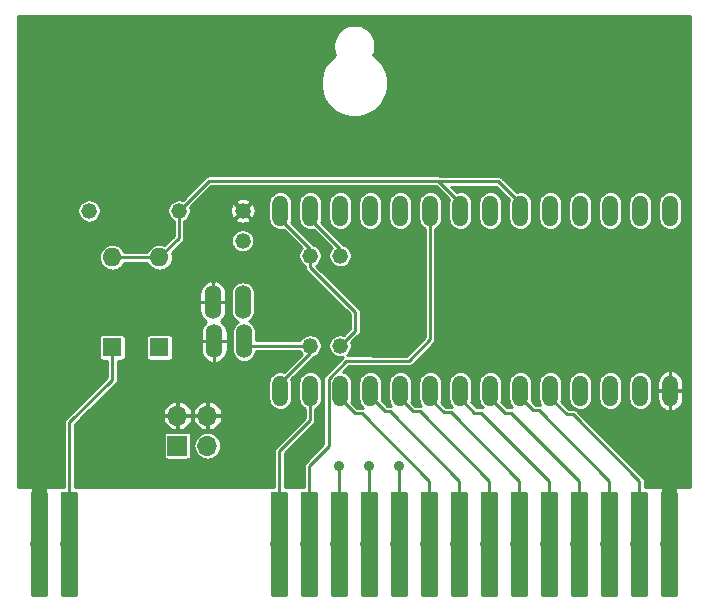
<source format=gbr>
G04 #@! TF.GenerationSoftware,KiCad,Pcbnew,5.0.2-bee76a0~70~ubuntu18.04.1*
G04 #@! TF.CreationDate,2021-04-24T22:48:44-04:00*
G04 #@! TF.ProjectId,SimpleC64Cart,53696d70-6c65-4433-9634-436172742e6b,rev?*
G04 #@! TF.SameCoordinates,Original*
G04 #@! TF.FileFunction,Copper,L2,Bot*
G04 #@! TF.FilePolarity,Positive*
%FSLAX46Y46*%
G04 Gerber Fmt 4.6, Leading zero omitted, Abs format (unit mm)*
G04 Created by KiCad (PCBNEW 5.0.2-bee76a0~70~ubuntu18.04.1) date Sat 24 Apr 2021 10:48:44 PM EDT*
%MOMM*%
%LPD*%
G01*
G04 APERTURE LIST*
G04 #@! TA.AperFunction,ComponentPad*
%ADD10O,1.600000X1.600000*%
G04 #@! TD*
G04 #@! TA.AperFunction,ComponentPad*
%ADD11R,1.600000X1.600000*%
G04 #@! TD*
G04 #@! TA.AperFunction,ComponentPad*
%ADD12O,1.422400X2.844800*%
G04 #@! TD*
G04 #@! TA.AperFunction,ComponentPad*
%ADD13C,1.320800*%
G04 #@! TD*
G04 #@! TA.AperFunction,Conductor*
%ADD14C,0.100000*%
G04 #@! TD*
G04 #@! TA.AperFunction,ConnectorPad*
%ADD15C,1.500000*%
G04 #@! TD*
G04 #@! TA.AperFunction,ComponentPad*
%ADD16O,1.320800X2.641600*%
G04 #@! TD*
G04 #@! TA.AperFunction,ComponentPad*
%ADD17O,1.700000X1.700000*%
G04 #@! TD*
G04 #@! TA.AperFunction,ComponentPad*
%ADD18R,1.700000X1.700000*%
G04 #@! TD*
G04 #@! TA.AperFunction,ViaPad*
%ADD19C,0.914400*%
G04 #@! TD*
G04 #@! TA.AperFunction,ViaPad*
%ADD20C,0.904800*%
G04 #@! TD*
G04 #@! TA.AperFunction,Conductor*
%ADD21C,1.270000*%
G04 #@! TD*
G04 #@! TA.AperFunction,Conductor*
%ADD22C,0.254000*%
G04 #@! TD*
G04 APERTURE END LIST*
D10*
G04 #@! TO.P,D1,2*
G04 #@! TO.N,N$1*
X132000000Y-100380000D03*
D11*
G04 #@! TO.P,D1,1*
G04 #@! TO.N,~ROML*
X132000000Y-108000000D03*
G04 #@! TD*
D10*
G04 #@! TO.P,D2,2*
G04 #@! TO.N,N$1*
X128000000Y-100380000D03*
D11*
G04 #@! TO.P,D2,1*
G04 #@! TO.N,~ROMH*
X128000000Y-108000000D03*
G04 #@! TD*
D12*
G04 #@! TO.P,A15,2*
G04 #@! TO.N,ADDR15*
X139160000Y-107470000D03*
G04 #@! TO.P,A15,1*
G04 #@! TO.N,GND*
X136620000Y-107470000D03*
G04 #@! TD*
D13*
G04 #@! TO.P,R1,1*
G04 #@! TO.N,VCC*
X126040000Y-96440000D03*
G04 #@! TO.P,R1,2*
G04 #@! TO.N,N$1*
X133660000Y-96440000D03*
G04 #@! TD*
D12*
G04 #@! TO.P,A14,1*
G04 #@! TO.N,GND*
X136520000Y-104170000D03*
G04 #@! TO.P,A14,2*
G04 #@! TO.N,ADDR14*
X139060000Y-104170000D03*
G04 #@! TD*
D14*
G04 #@! TO.N,GND*
G04 #@! TO.C,X1*
G36*
X175718154Y-120231983D02*
X175739995Y-120235223D01*
X175761414Y-120240588D01*
X175782204Y-120248027D01*
X175802164Y-120257468D01*
X175821103Y-120268819D01*
X175838838Y-120281973D01*
X175855199Y-120296801D01*
X175870027Y-120313162D01*
X175883181Y-120330897D01*
X175894532Y-120349836D01*
X175903973Y-120369796D01*
X175911412Y-120390586D01*
X175916777Y-120412005D01*
X175920017Y-120433846D01*
X175921100Y-120455900D01*
X175921100Y-128895900D01*
X175920017Y-128917954D01*
X175916777Y-128939795D01*
X175911412Y-128961214D01*
X175903973Y-128982004D01*
X175894532Y-129001964D01*
X175883181Y-129020903D01*
X175870027Y-129038638D01*
X175855199Y-129054999D01*
X175838838Y-129069827D01*
X175821103Y-129082981D01*
X175802164Y-129094332D01*
X175782204Y-129103773D01*
X175761414Y-129111212D01*
X175739995Y-129116577D01*
X175718154Y-129119817D01*
X175696100Y-129120900D01*
X174646100Y-129120900D01*
X174624046Y-129119817D01*
X174602205Y-129116577D01*
X174580786Y-129111212D01*
X174559996Y-129103773D01*
X174540036Y-129094332D01*
X174521097Y-129082981D01*
X174503362Y-129069827D01*
X174487001Y-129054999D01*
X174472173Y-129038638D01*
X174459019Y-129020903D01*
X174447668Y-129001964D01*
X174438227Y-128982004D01*
X174430788Y-128961214D01*
X174425423Y-128939795D01*
X174422183Y-128917954D01*
X174421100Y-128895900D01*
X174421100Y-120455900D01*
X174422183Y-120433846D01*
X174425423Y-120412005D01*
X174430788Y-120390586D01*
X174438227Y-120369796D01*
X174447668Y-120349836D01*
X174459019Y-120330897D01*
X174472173Y-120313162D01*
X174487001Y-120296801D01*
X174503362Y-120281973D01*
X174521097Y-120268819D01*
X174540036Y-120257468D01*
X174559996Y-120248027D01*
X174580786Y-120240588D01*
X174602205Y-120235223D01*
X174624046Y-120231983D01*
X174646100Y-120230900D01*
X175696100Y-120230900D01*
X175718154Y-120231983D01*
X175718154Y-120231983D01*
G37*
D15*
G04 #@! TD*
G04 #@! TO.P,X1,Z*
G04 #@! TO.N,GND*
X175171100Y-124675900D03*
D14*
G04 #@! TO.N,A0*
G04 #@! TO.C,X1*
G36*
X173178154Y-120231983D02*
X173199995Y-120235223D01*
X173221414Y-120240588D01*
X173242204Y-120248027D01*
X173262164Y-120257468D01*
X173281103Y-120268819D01*
X173298838Y-120281973D01*
X173315199Y-120296801D01*
X173330027Y-120313162D01*
X173343181Y-120330897D01*
X173354532Y-120349836D01*
X173363973Y-120369796D01*
X173371412Y-120390586D01*
X173376777Y-120412005D01*
X173380017Y-120433846D01*
X173381100Y-120455900D01*
X173381100Y-128895900D01*
X173380017Y-128917954D01*
X173376777Y-128939795D01*
X173371412Y-128961214D01*
X173363973Y-128982004D01*
X173354532Y-129001964D01*
X173343181Y-129020903D01*
X173330027Y-129038638D01*
X173315199Y-129054999D01*
X173298838Y-129069827D01*
X173281103Y-129082981D01*
X173262164Y-129094332D01*
X173242204Y-129103773D01*
X173221414Y-129111212D01*
X173199995Y-129116577D01*
X173178154Y-129119817D01*
X173156100Y-129120900D01*
X172106100Y-129120900D01*
X172084046Y-129119817D01*
X172062205Y-129116577D01*
X172040786Y-129111212D01*
X172019996Y-129103773D01*
X172000036Y-129094332D01*
X171981097Y-129082981D01*
X171963362Y-129069827D01*
X171947001Y-129054999D01*
X171932173Y-129038638D01*
X171919019Y-129020903D01*
X171907668Y-129001964D01*
X171898227Y-128982004D01*
X171890788Y-128961214D01*
X171885423Y-128939795D01*
X171882183Y-128917954D01*
X171881100Y-128895900D01*
X171881100Y-120455900D01*
X171882183Y-120433846D01*
X171885423Y-120412005D01*
X171890788Y-120390586D01*
X171898227Y-120369796D01*
X171907668Y-120349836D01*
X171919019Y-120330897D01*
X171932173Y-120313162D01*
X171947001Y-120296801D01*
X171963362Y-120281973D01*
X171981097Y-120268819D01*
X172000036Y-120257468D01*
X172019996Y-120248027D01*
X172040786Y-120240588D01*
X172062205Y-120235223D01*
X172084046Y-120231983D01*
X172106100Y-120230900D01*
X173156100Y-120230900D01*
X173178154Y-120231983D01*
X173178154Y-120231983D01*
G37*
D15*
G04 #@! TD*
G04 #@! TO.P,X1,Y*
G04 #@! TO.N,A0*
X172631100Y-124675900D03*
D14*
G04 #@! TO.N,A1*
G04 #@! TO.C,X1*
G36*
X170638154Y-120231983D02*
X170659995Y-120235223D01*
X170681414Y-120240588D01*
X170702204Y-120248027D01*
X170722164Y-120257468D01*
X170741103Y-120268819D01*
X170758838Y-120281973D01*
X170775199Y-120296801D01*
X170790027Y-120313162D01*
X170803181Y-120330897D01*
X170814532Y-120349836D01*
X170823973Y-120369796D01*
X170831412Y-120390586D01*
X170836777Y-120412005D01*
X170840017Y-120433846D01*
X170841100Y-120455900D01*
X170841100Y-128895900D01*
X170840017Y-128917954D01*
X170836777Y-128939795D01*
X170831412Y-128961214D01*
X170823973Y-128982004D01*
X170814532Y-129001964D01*
X170803181Y-129020903D01*
X170790027Y-129038638D01*
X170775199Y-129054999D01*
X170758838Y-129069827D01*
X170741103Y-129082981D01*
X170722164Y-129094332D01*
X170702204Y-129103773D01*
X170681414Y-129111212D01*
X170659995Y-129116577D01*
X170638154Y-129119817D01*
X170616100Y-129120900D01*
X169566100Y-129120900D01*
X169544046Y-129119817D01*
X169522205Y-129116577D01*
X169500786Y-129111212D01*
X169479996Y-129103773D01*
X169460036Y-129094332D01*
X169441097Y-129082981D01*
X169423362Y-129069827D01*
X169407001Y-129054999D01*
X169392173Y-129038638D01*
X169379019Y-129020903D01*
X169367668Y-129001964D01*
X169358227Y-128982004D01*
X169350788Y-128961214D01*
X169345423Y-128939795D01*
X169342183Y-128917954D01*
X169341100Y-128895900D01*
X169341100Y-120455900D01*
X169342183Y-120433846D01*
X169345423Y-120412005D01*
X169350788Y-120390586D01*
X169358227Y-120369796D01*
X169367668Y-120349836D01*
X169379019Y-120330897D01*
X169392173Y-120313162D01*
X169407001Y-120296801D01*
X169423362Y-120281973D01*
X169441097Y-120268819D01*
X169460036Y-120257468D01*
X169479996Y-120248027D01*
X169500786Y-120240588D01*
X169522205Y-120235223D01*
X169544046Y-120231983D01*
X169566100Y-120230900D01*
X170616100Y-120230900D01*
X170638154Y-120231983D01*
X170638154Y-120231983D01*
G37*
D15*
G04 #@! TD*
G04 #@! TO.P,X1,X*
G04 #@! TO.N,A1*
X170091100Y-124675900D03*
D14*
G04 #@! TO.N,A2*
G04 #@! TO.C,X1*
G36*
X168098154Y-120231983D02*
X168119995Y-120235223D01*
X168141414Y-120240588D01*
X168162204Y-120248027D01*
X168182164Y-120257468D01*
X168201103Y-120268819D01*
X168218838Y-120281973D01*
X168235199Y-120296801D01*
X168250027Y-120313162D01*
X168263181Y-120330897D01*
X168274532Y-120349836D01*
X168283973Y-120369796D01*
X168291412Y-120390586D01*
X168296777Y-120412005D01*
X168300017Y-120433846D01*
X168301100Y-120455900D01*
X168301100Y-128895900D01*
X168300017Y-128917954D01*
X168296777Y-128939795D01*
X168291412Y-128961214D01*
X168283973Y-128982004D01*
X168274532Y-129001964D01*
X168263181Y-129020903D01*
X168250027Y-129038638D01*
X168235199Y-129054999D01*
X168218838Y-129069827D01*
X168201103Y-129082981D01*
X168182164Y-129094332D01*
X168162204Y-129103773D01*
X168141414Y-129111212D01*
X168119995Y-129116577D01*
X168098154Y-129119817D01*
X168076100Y-129120900D01*
X167026100Y-129120900D01*
X167004046Y-129119817D01*
X166982205Y-129116577D01*
X166960786Y-129111212D01*
X166939996Y-129103773D01*
X166920036Y-129094332D01*
X166901097Y-129082981D01*
X166883362Y-129069827D01*
X166867001Y-129054999D01*
X166852173Y-129038638D01*
X166839019Y-129020903D01*
X166827668Y-129001964D01*
X166818227Y-128982004D01*
X166810788Y-128961214D01*
X166805423Y-128939795D01*
X166802183Y-128917954D01*
X166801100Y-128895900D01*
X166801100Y-120455900D01*
X166802183Y-120433846D01*
X166805423Y-120412005D01*
X166810788Y-120390586D01*
X166818227Y-120369796D01*
X166827668Y-120349836D01*
X166839019Y-120330897D01*
X166852173Y-120313162D01*
X166867001Y-120296801D01*
X166883362Y-120281973D01*
X166901097Y-120268819D01*
X166920036Y-120257468D01*
X166939996Y-120248027D01*
X166960786Y-120240588D01*
X166982205Y-120235223D01*
X167004046Y-120231983D01*
X167026100Y-120230900D01*
X168076100Y-120230900D01*
X168098154Y-120231983D01*
X168098154Y-120231983D01*
G37*
D15*
G04 #@! TD*
G04 #@! TO.P,X1,W*
G04 #@! TO.N,A2*
X167551100Y-124675900D03*
D14*
G04 #@! TO.N,A3*
G04 #@! TO.C,X1*
G36*
X165558154Y-120231983D02*
X165579995Y-120235223D01*
X165601414Y-120240588D01*
X165622204Y-120248027D01*
X165642164Y-120257468D01*
X165661103Y-120268819D01*
X165678838Y-120281973D01*
X165695199Y-120296801D01*
X165710027Y-120313162D01*
X165723181Y-120330897D01*
X165734532Y-120349836D01*
X165743973Y-120369796D01*
X165751412Y-120390586D01*
X165756777Y-120412005D01*
X165760017Y-120433846D01*
X165761100Y-120455900D01*
X165761100Y-128895900D01*
X165760017Y-128917954D01*
X165756777Y-128939795D01*
X165751412Y-128961214D01*
X165743973Y-128982004D01*
X165734532Y-129001964D01*
X165723181Y-129020903D01*
X165710027Y-129038638D01*
X165695199Y-129054999D01*
X165678838Y-129069827D01*
X165661103Y-129082981D01*
X165642164Y-129094332D01*
X165622204Y-129103773D01*
X165601414Y-129111212D01*
X165579995Y-129116577D01*
X165558154Y-129119817D01*
X165536100Y-129120900D01*
X164486100Y-129120900D01*
X164464046Y-129119817D01*
X164442205Y-129116577D01*
X164420786Y-129111212D01*
X164399996Y-129103773D01*
X164380036Y-129094332D01*
X164361097Y-129082981D01*
X164343362Y-129069827D01*
X164327001Y-129054999D01*
X164312173Y-129038638D01*
X164299019Y-129020903D01*
X164287668Y-129001964D01*
X164278227Y-128982004D01*
X164270788Y-128961214D01*
X164265423Y-128939795D01*
X164262183Y-128917954D01*
X164261100Y-128895900D01*
X164261100Y-120455900D01*
X164262183Y-120433846D01*
X164265423Y-120412005D01*
X164270788Y-120390586D01*
X164278227Y-120369796D01*
X164287668Y-120349836D01*
X164299019Y-120330897D01*
X164312173Y-120313162D01*
X164327001Y-120296801D01*
X164343362Y-120281973D01*
X164361097Y-120268819D01*
X164380036Y-120257468D01*
X164399996Y-120248027D01*
X164420786Y-120240588D01*
X164442205Y-120235223D01*
X164464046Y-120231983D01*
X164486100Y-120230900D01*
X165536100Y-120230900D01*
X165558154Y-120231983D01*
X165558154Y-120231983D01*
G37*
D15*
G04 #@! TD*
G04 #@! TO.P,X1,V*
G04 #@! TO.N,A3*
X165011100Y-124675900D03*
D14*
G04 #@! TO.N,A4*
G04 #@! TO.C,X1*
G36*
X163018154Y-120231983D02*
X163039995Y-120235223D01*
X163061414Y-120240588D01*
X163082204Y-120248027D01*
X163102164Y-120257468D01*
X163121103Y-120268819D01*
X163138838Y-120281973D01*
X163155199Y-120296801D01*
X163170027Y-120313162D01*
X163183181Y-120330897D01*
X163194532Y-120349836D01*
X163203973Y-120369796D01*
X163211412Y-120390586D01*
X163216777Y-120412005D01*
X163220017Y-120433846D01*
X163221100Y-120455900D01*
X163221100Y-128895900D01*
X163220017Y-128917954D01*
X163216777Y-128939795D01*
X163211412Y-128961214D01*
X163203973Y-128982004D01*
X163194532Y-129001964D01*
X163183181Y-129020903D01*
X163170027Y-129038638D01*
X163155199Y-129054999D01*
X163138838Y-129069827D01*
X163121103Y-129082981D01*
X163102164Y-129094332D01*
X163082204Y-129103773D01*
X163061414Y-129111212D01*
X163039995Y-129116577D01*
X163018154Y-129119817D01*
X162996100Y-129120900D01*
X161946100Y-129120900D01*
X161924046Y-129119817D01*
X161902205Y-129116577D01*
X161880786Y-129111212D01*
X161859996Y-129103773D01*
X161840036Y-129094332D01*
X161821097Y-129082981D01*
X161803362Y-129069827D01*
X161787001Y-129054999D01*
X161772173Y-129038638D01*
X161759019Y-129020903D01*
X161747668Y-129001964D01*
X161738227Y-128982004D01*
X161730788Y-128961214D01*
X161725423Y-128939795D01*
X161722183Y-128917954D01*
X161721100Y-128895900D01*
X161721100Y-120455900D01*
X161722183Y-120433846D01*
X161725423Y-120412005D01*
X161730788Y-120390586D01*
X161738227Y-120369796D01*
X161747668Y-120349836D01*
X161759019Y-120330897D01*
X161772173Y-120313162D01*
X161787001Y-120296801D01*
X161803362Y-120281973D01*
X161821097Y-120268819D01*
X161840036Y-120257468D01*
X161859996Y-120248027D01*
X161880786Y-120240588D01*
X161902205Y-120235223D01*
X161924046Y-120231983D01*
X161946100Y-120230900D01*
X162996100Y-120230900D01*
X163018154Y-120231983D01*
X163018154Y-120231983D01*
G37*
D15*
G04 #@! TD*
G04 #@! TO.P,X1,U*
G04 #@! TO.N,A4*
X162471100Y-124675900D03*
D14*
G04 #@! TO.N,A5*
G04 #@! TO.C,X1*
G36*
X160478154Y-120231983D02*
X160499995Y-120235223D01*
X160521414Y-120240588D01*
X160542204Y-120248027D01*
X160562164Y-120257468D01*
X160581103Y-120268819D01*
X160598838Y-120281973D01*
X160615199Y-120296801D01*
X160630027Y-120313162D01*
X160643181Y-120330897D01*
X160654532Y-120349836D01*
X160663973Y-120369796D01*
X160671412Y-120390586D01*
X160676777Y-120412005D01*
X160680017Y-120433846D01*
X160681100Y-120455900D01*
X160681100Y-128895900D01*
X160680017Y-128917954D01*
X160676777Y-128939795D01*
X160671412Y-128961214D01*
X160663973Y-128982004D01*
X160654532Y-129001964D01*
X160643181Y-129020903D01*
X160630027Y-129038638D01*
X160615199Y-129054999D01*
X160598838Y-129069827D01*
X160581103Y-129082981D01*
X160562164Y-129094332D01*
X160542204Y-129103773D01*
X160521414Y-129111212D01*
X160499995Y-129116577D01*
X160478154Y-129119817D01*
X160456100Y-129120900D01*
X159406100Y-129120900D01*
X159384046Y-129119817D01*
X159362205Y-129116577D01*
X159340786Y-129111212D01*
X159319996Y-129103773D01*
X159300036Y-129094332D01*
X159281097Y-129082981D01*
X159263362Y-129069827D01*
X159247001Y-129054999D01*
X159232173Y-129038638D01*
X159219019Y-129020903D01*
X159207668Y-129001964D01*
X159198227Y-128982004D01*
X159190788Y-128961214D01*
X159185423Y-128939795D01*
X159182183Y-128917954D01*
X159181100Y-128895900D01*
X159181100Y-120455900D01*
X159182183Y-120433846D01*
X159185423Y-120412005D01*
X159190788Y-120390586D01*
X159198227Y-120369796D01*
X159207668Y-120349836D01*
X159219019Y-120330897D01*
X159232173Y-120313162D01*
X159247001Y-120296801D01*
X159263362Y-120281973D01*
X159281097Y-120268819D01*
X159300036Y-120257468D01*
X159319996Y-120248027D01*
X159340786Y-120240588D01*
X159362205Y-120235223D01*
X159384046Y-120231983D01*
X159406100Y-120230900D01*
X160456100Y-120230900D01*
X160478154Y-120231983D01*
X160478154Y-120231983D01*
G37*
D15*
G04 #@! TD*
G04 #@! TO.P,X1,T*
G04 #@! TO.N,A5*
X159931100Y-124675900D03*
D14*
G04 #@! TO.N,A6*
G04 #@! TO.C,X1*
G36*
X157938154Y-120231983D02*
X157959995Y-120235223D01*
X157981414Y-120240588D01*
X158002204Y-120248027D01*
X158022164Y-120257468D01*
X158041103Y-120268819D01*
X158058838Y-120281973D01*
X158075199Y-120296801D01*
X158090027Y-120313162D01*
X158103181Y-120330897D01*
X158114532Y-120349836D01*
X158123973Y-120369796D01*
X158131412Y-120390586D01*
X158136777Y-120412005D01*
X158140017Y-120433846D01*
X158141100Y-120455900D01*
X158141100Y-128895900D01*
X158140017Y-128917954D01*
X158136777Y-128939795D01*
X158131412Y-128961214D01*
X158123973Y-128982004D01*
X158114532Y-129001964D01*
X158103181Y-129020903D01*
X158090027Y-129038638D01*
X158075199Y-129054999D01*
X158058838Y-129069827D01*
X158041103Y-129082981D01*
X158022164Y-129094332D01*
X158002204Y-129103773D01*
X157981414Y-129111212D01*
X157959995Y-129116577D01*
X157938154Y-129119817D01*
X157916100Y-129120900D01*
X156866100Y-129120900D01*
X156844046Y-129119817D01*
X156822205Y-129116577D01*
X156800786Y-129111212D01*
X156779996Y-129103773D01*
X156760036Y-129094332D01*
X156741097Y-129082981D01*
X156723362Y-129069827D01*
X156707001Y-129054999D01*
X156692173Y-129038638D01*
X156679019Y-129020903D01*
X156667668Y-129001964D01*
X156658227Y-128982004D01*
X156650788Y-128961214D01*
X156645423Y-128939795D01*
X156642183Y-128917954D01*
X156641100Y-128895900D01*
X156641100Y-120455900D01*
X156642183Y-120433846D01*
X156645423Y-120412005D01*
X156650788Y-120390586D01*
X156658227Y-120369796D01*
X156667668Y-120349836D01*
X156679019Y-120330897D01*
X156692173Y-120313162D01*
X156707001Y-120296801D01*
X156723362Y-120281973D01*
X156741097Y-120268819D01*
X156760036Y-120257468D01*
X156779996Y-120248027D01*
X156800786Y-120240588D01*
X156822205Y-120235223D01*
X156844046Y-120231983D01*
X156866100Y-120230900D01*
X157916100Y-120230900D01*
X157938154Y-120231983D01*
X157938154Y-120231983D01*
G37*
D15*
G04 #@! TD*
G04 #@! TO.P,X1,S*
G04 #@! TO.N,A6*
X157391100Y-124675900D03*
D14*
G04 #@! TO.N,A7*
G04 #@! TO.C,X1*
G36*
X155398154Y-120231983D02*
X155419995Y-120235223D01*
X155441414Y-120240588D01*
X155462204Y-120248027D01*
X155482164Y-120257468D01*
X155501103Y-120268819D01*
X155518838Y-120281973D01*
X155535199Y-120296801D01*
X155550027Y-120313162D01*
X155563181Y-120330897D01*
X155574532Y-120349836D01*
X155583973Y-120369796D01*
X155591412Y-120390586D01*
X155596777Y-120412005D01*
X155600017Y-120433846D01*
X155601100Y-120455900D01*
X155601100Y-128895900D01*
X155600017Y-128917954D01*
X155596777Y-128939795D01*
X155591412Y-128961214D01*
X155583973Y-128982004D01*
X155574532Y-129001964D01*
X155563181Y-129020903D01*
X155550027Y-129038638D01*
X155535199Y-129054999D01*
X155518838Y-129069827D01*
X155501103Y-129082981D01*
X155482164Y-129094332D01*
X155462204Y-129103773D01*
X155441414Y-129111212D01*
X155419995Y-129116577D01*
X155398154Y-129119817D01*
X155376100Y-129120900D01*
X154326100Y-129120900D01*
X154304046Y-129119817D01*
X154282205Y-129116577D01*
X154260786Y-129111212D01*
X154239996Y-129103773D01*
X154220036Y-129094332D01*
X154201097Y-129082981D01*
X154183362Y-129069827D01*
X154167001Y-129054999D01*
X154152173Y-129038638D01*
X154139019Y-129020903D01*
X154127668Y-129001964D01*
X154118227Y-128982004D01*
X154110788Y-128961214D01*
X154105423Y-128939795D01*
X154102183Y-128917954D01*
X154101100Y-128895900D01*
X154101100Y-120455900D01*
X154102183Y-120433846D01*
X154105423Y-120412005D01*
X154110788Y-120390586D01*
X154118227Y-120369796D01*
X154127668Y-120349836D01*
X154139019Y-120330897D01*
X154152173Y-120313162D01*
X154167001Y-120296801D01*
X154183362Y-120281973D01*
X154201097Y-120268819D01*
X154220036Y-120257468D01*
X154239996Y-120248027D01*
X154260786Y-120240588D01*
X154282205Y-120235223D01*
X154304046Y-120231983D01*
X154326100Y-120230900D01*
X155376100Y-120230900D01*
X155398154Y-120231983D01*
X155398154Y-120231983D01*
G37*
D15*
G04 #@! TD*
G04 #@! TO.P,X1,R*
G04 #@! TO.N,A7*
X154851100Y-124675900D03*
D14*
G04 #@! TO.N,A8*
G04 #@! TO.C,X1*
G36*
X152858154Y-120231983D02*
X152879995Y-120235223D01*
X152901414Y-120240588D01*
X152922204Y-120248027D01*
X152942164Y-120257468D01*
X152961103Y-120268819D01*
X152978838Y-120281973D01*
X152995199Y-120296801D01*
X153010027Y-120313162D01*
X153023181Y-120330897D01*
X153034532Y-120349836D01*
X153043973Y-120369796D01*
X153051412Y-120390586D01*
X153056777Y-120412005D01*
X153060017Y-120433846D01*
X153061100Y-120455900D01*
X153061100Y-128895900D01*
X153060017Y-128917954D01*
X153056777Y-128939795D01*
X153051412Y-128961214D01*
X153043973Y-128982004D01*
X153034532Y-129001964D01*
X153023181Y-129020903D01*
X153010027Y-129038638D01*
X152995199Y-129054999D01*
X152978838Y-129069827D01*
X152961103Y-129082981D01*
X152942164Y-129094332D01*
X152922204Y-129103773D01*
X152901414Y-129111212D01*
X152879995Y-129116577D01*
X152858154Y-129119817D01*
X152836100Y-129120900D01*
X151786100Y-129120900D01*
X151764046Y-129119817D01*
X151742205Y-129116577D01*
X151720786Y-129111212D01*
X151699996Y-129103773D01*
X151680036Y-129094332D01*
X151661097Y-129082981D01*
X151643362Y-129069827D01*
X151627001Y-129054999D01*
X151612173Y-129038638D01*
X151599019Y-129020903D01*
X151587668Y-129001964D01*
X151578227Y-128982004D01*
X151570788Y-128961214D01*
X151565423Y-128939795D01*
X151562183Y-128917954D01*
X151561100Y-128895900D01*
X151561100Y-120455900D01*
X151562183Y-120433846D01*
X151565423Y-120412005D01*
X151570788Y-120390586D01*
X151578227Y-120369796D01*
X151587668Y-120349836D01*
X151599019Y-120330897D01*
X151612173Y-120313162D01*
X151627001Y-120296801D01*
X151643362Y-120281973D01*
X151661097Y-120268819D01*
X151680036Y-120257468D01*
X151699996Y-120248027D01*
X151720786Y-120240588D01*
X151742205Y-120235223D01*
X151764046Y-120231983D01*
X151786100Y-120230900D01*
X152836100Y-120230900D01*
X152858154Y-120231983D01*
X152858154Y-120231983D01*
G37*
D15*
G04 #@! TD*
G04 #@! TO.P,X1,P*
G04 #@! TO.N,A8*
X152311100Y-124675900D03*
D14*
G04 #@! TO.N,A9*
G04 #@! TO.C,X1*
G36*
X150318154Y-120231983D02*
X150339995Y-120235223D01*
X150361414Y-120240588D01*
X150382204Y-120248027D01*
X150402164Y-120257468D01*
X150421103Y-120268819D01*
X150438838Y-120281973D01*
X150455199Y-120296801D01*
X150470027Y-120313162D01*
X150483181Y-120330897D01*
X150494532Y-120349836D01*
X150503973Y-120369796D01*
X150511412Y-120390586D01*
X150516777Y-120412005D01*
X150520017Y-120433846D01*
X150521100Y-120455900D01*
X150521100Y-128895900D01*
X150520017Y-128917954D01*
X150516777Y-128939795D01*
X150511412Y-128961214D01*
X150503973Y-128982004D01*
X150494532Y-129001964D01*
X150483181Y-129020903D01*
X150470027Y-129038638D01*
X150455199Y-129054999D01*
X150438838Y-129069827D01*
X150421103Y-129082981D01*
X150402164Y-129094332D01*
X150382204Y-129103773D01*
X150361414Y-129111212D01*
X150339995Y-129116577D01*
X150318154Y-129119817D01*
X150296100Y-129120900D01*
X149246100Y-129120900D01*
X149224046Y-129119817D01*
X149202205Y-129116577D01*
X149180786Y-129111212D01*
X149159996Y-129103773D01*
X149140036Y-129094332D01*
X149121097Y-129082981D01*
X149103362Y-129069827D01*
X149087001Y-129054999D01*
X149072173Y-129038638D01*
X149059019Y-129020903D01*
X149047668Y-129001964D01*
X149038227Y-128982004D01*
X149030788Y-128961214D01*
X149025423Y-128939795D01*
X149022183Y-128917954D01*
X149021100Y-128895900D01*
X149021100Y-120455900D01*
X149022183Y-120433846D01*
X149025423Y-120412005D01*
X149030788Y-120390586D01*
X149038227Y-120369796D01*
X149047668Y-120349836D01*
X149059019Y-120330897D01*
X149072173Y-120313162D01*
X149087001Y-120296801D01*
X149103362Y-120281973D01*
X149121097Y-120268819D01*
X149140036Y-120257468D01*
X149159996Y-120248027D01*
X149180786Y-120240588D01*
X149202205Y-120235223D01*
X149224046Y-120231983D01*
X149246100Y-120230900D01*
X150296100Y-120230900D01*
X150318154Y-120231983D01*
X150318154Y-120231983D01*
G37*
D15*
G04 #@! TD*
G04 #@! TO.P,X1,N*
G04 #@! TO.N,A9*
X149771100Y-124675900D03*
D14*
G04 #@! TO.N,A10*
G04 #@! TO.C,X1*
G36*
X147778154Y-120231983D02*
X147799995Y-120235223D01*
X147821414Y-120240588D01*
X147842204Y-120248027D01*
X147862164Y-120257468D01*
X147881103Y-120268819D01*
X147898838Y-120281973D01*
X147915199Y-120296801D01*
X147930027Y-120313162D01*
X147943181Y-120330897D01*
X147954532Y-120349836D01*
X147963973Y-120369796D01*
X147971412Y-120390586D01*
X147976777Y-120412005D01*
X147980017Y-120433846D01*
X147981100Y-120455900D01*
X147981100Y-128895900D01*
X147980017Y-128917954D01*
X147976777Y-128939795D01*
X147971412Y-128961214D01*
X147963973Y-128982004D01*
X147954532Y-129001964D01*
X147943181Y-129020903D01*
X147930027Y-129038638D01*
X147915199Y-129054999D01*
X147898838Y-129069827D01*
X147881103Y-129082981D01*
X147862164Y-129094332D01*
X147842204Y-129103773D01*
X147821414Y-129111212D01*
X147799995Y-129116577D01*
X147778154Y-129119817D01*
X147756100Y-129120900D01*
X146706100Y-129120900D01*
X146684046Y-129119817D01*
X146662205Y-129116577D01*
X146640786Y-129111212D01*
X146619996Y-129103773D01*
X146600036Y-129094332D01*
X146581097Y-129082981D01*
X146563362Y-129069827D01*
X146547001Y-129054999D01*
X146532173Y-129038638D01*
X146519019Y-129020903D01*
X146507668Y-129001964D01*
X146498227Y-128982004D01*
X146490788Y-128961214D01*
X146485423Y-128939795D01*
X146482183Y-128917954D01*
X146481100Y-128895900D01*
X146481100Y-120455900D01*
X146482183Y-120433846D01*
X146485423Y-120412005D01*
X146490788Y-120390586D01*
X146498227Y-120369796D01*
X146507668Y-120349836D01*
X146519019Y-120330897D01*
X146532173Y-120313162D01*
X146547001Y-120296801D01*
X146563362Y-120281973D01*
X146581097Y-120268819D01*
X146600036Y-120257468D01*
X146619996Y-120248027D01*
X146640786Y-120240588D01*
X146662205Y-120235223D01*
X146684046Y-120231983D01*
X146706100Y-120230900D01*
X147756100Y-120230900D01*
X147778154Y-120231983D01*
X147778154Y-120231983D01*
G37*
D15*
G04 #@! TD*
G04 #@! TO.P,X1,M*
G04 #@! TO.N,A10*
X147231100Y-124675900D03*
D14*
G04 #@! TO.N,A11*
G04 #@! TO.C,X1*
G36*
X145238154Y-120231983D02*
X145259995Y-120235223D01*
X145281414Y-120240588D01*
X145302204Y-120248027D01*
X145322164Y-120257468D01*
X145341103Y-120268819D01*
X145358838Y-120281973D01*
X145375199Y-120296801D01*
X145390027Y-120313162D01*
X145403181Y-120330897D01*
X145414532Y-120349836D01*
X145423973Y-120369796D01*
X145431412Y-120390586D01*
X145436777Y-120412005D01*
X145440017Y-120433846D01*
X145441100Y-120455900D01*
X145441100Y-128895900D01*
X145440017Y-128917954D01*
X145436777Y-128939795D01*
X145431412Y-128961214D01*
X145423973Y-128982004D01*
X145414532Y-129001964D01*
X145403181Y-129020903D01*
X145390027Y-129038638D01*
X145375199Y-129054999D01*
X145358838Y-129069827D01*
X145341103Y-129082981D01*
X145322164Y-129094332D01*
X145302204Y-129103773D01*
X145281414Y-129111212D01*
X145259995Y-129116577D01*
X145238154Y-129119817D01*
X145216100Y-129120900D01*
X144166100Y-129120900D01*
X144144046Y-129119817D01*
X144122205Y-129116577D01*
X144100786Y-129111212D01*
X144079996Y-129103773D01*
X144060036Y-129094332D01*
X144041097Y-129082981D01*
X144023362Y-129069827D01*
X144007001Y-129054999D01*
X143992173Y-129038638D01*
X143979019Y-129020903D01*
X143967668Y-129001964D01*
X143958227Y-128982004D01*
X143950788Y-128961214D01*
X143945423Y-128939795D01*
X143942183Y-128917954D01*
X143941100Y-128895900D01*
X143941100Y-120455900D01*
X143942183Y-120433846D01*
X143945423Y-120412005D01*
X143950788Y-120390586D01*
X143958227Y-120369796D01*
X143967668Y-120349836D01*
X143979019Y-120330897D01*
X143992173Y-120313162D01*
X144007001Y-120296801D01*
X144023362Y-120281973D01*
X144041097Y-120268819D01*
X144060036Y-120257468D01*
X144079996Y-120248027D01*
X144100786Y-120240588D01*
X144122205Y-120235223D01*
X144144046Y-120231983D01*
X144166100Y-120230900D01*
X145216100Y-120230900D01*
X145238154Y-120231983D01*
X145238154Y-120231983D01*
G37*
D15*
G04 #@! TD*
G04 #@! TO.P,X1,L*
G04 #@! TO.N,A11*
X144691100Y-124675900D03*
D14*
G04 #@! TO.N,A12*
G04 #@! TO.C,X1*
G36*
X142698154Y-120231983D02*
X142719995Y-120235223D01*
X142741414Y-120240588D01*
X142762204Y-120248027D01*
X142782164Y-120257468D01*
X142801103Y-120268819D01*
X142818838Y-120281973D01*
X142835199Y-120296801D01*
X142850027Y-120313162D01*
X142863181Y-120330897D01*
X142874532Y-120349836D01*
X142883973Y-120369796D01*
X142891412Y-120390586D01*
X142896777Y-120412005D01*
X142900017Y-120433846D01*
X142901100Y-120455900D01*
X142901100Y-128895900D01*
X142900017Y-128917954D01*
X142896777Y-128939795D01*
X142891412Y-128961214D01*
X142883973Y-128982004D01*
X142874532Y-129001964D01*
X142863181Y-129020903D01*
X142850027Y-129038638D01*
X142835199Y-129054999D01*
X142818838Y-129069827D01*
X142801103Y-129082981D01*
X142782164Y-129094332D01*
X142762204Y-129103773D01*
X142741414Y-129111212D01*
X142719995Y-129116577D01*
X142698154Y-129119817D01*
X142676100Y-129120900D01*
X141626100Y-129120900D01*
X141604046Y-129119817D01*
X141582205Y-129116577D01*
X141560786Y-129111212D01*
X141539996Y-129103773D01*
X141520036Y-129094332D01*
X141501097Y-129082981D01*
X141483362Y-129069827D01*
X141467001Y-129054999D01*
X141452173Y-129038638D01*
X141439019Y-129020903D01*
X141427668Y-129001964D01*
X141418227Y-128982004D01*
X141410788Y-128961214D01*
X141405423Y-128939795D01*
X141402183Y-128917954D01*
X141401100Y-128895900D01*
X141401100Y-120455900D01*
X141402183Y-120433846D01*
X141405423Y-120412005D01*
X141410788Y-120390586D01*
X141418227Y-120369796D01*
X141427668Y-120349836D01*
X141439019Y-120330897D01*
X141452173Y-120313162D01*
X141467001Y-120296801D01*
X141483362Y-120281973D01*
X141501097Y-120268819D01*
X141520036Y-120257468D01*
X141539996Y-120248027D01*
X141560786Y-120240588D01*
X141582205Y-120235223D01*
X141604046Y-120231983D01*
X141626100Y-120230900D01*
X142676100Y-120230900D01*
X142698154Y-120231983D01*
X142698154Y-120231983D01*
G37*
D15*
G04 #@! TD*
G04 #@! TO.P,X1,K*
G04 #@! TO.N,A12*
X142151100Y-124675900D03*
D14*
G04 #@! TO.N,~ROMH*
G04 #@! TO.C,X1*
G36*
X124918154Y-120231983D02*
X124939995Y-120235223D01*
X124961414Y-120240588D01*
X124982204Y-120248027D01*
X125002164Y-120257468D01*
X125021103Y-120268819D01*
X125038838Y-120281973D01*
X125055199Y-120296801D01*
X125070027Y-120313162D01*
X125083181Y-120330897D01*
X125094532Y-120349836D01*
X125103973Y-120369796D01*
X125111412Y-120390586D01*
X125116777Y-120412005D01*
X125120017Y-120433846D01*
X125121100Y-120455900D01*
X125121100Y-128895900D01*
X125120017Y-128917954D01*
X125116777Y-128939795D01*
X125111412Y-128961214D01*
X125103973Y-128982004D01*
X125094532Y-129001964D01*
X125083181Y-129020903D01*
X125070027Y-129038638D01*
X125055199Y-129054999D01*
X125038838Y-129069827D01*
X125021103Y-129082981D01*
X125002164Y-129094332D01*
X124982204Y-129103773D01*
X124961414Y-129111212D01*
X124939995Y-129116577D01*
X124918154Y-129119817D01*
X124896100Y-129120900D01*
X123846100Y-129120900D01*
X123824046Y-129119817D01*
X123802205Y-129116577D01*
X123780786Y-129111212D01*
X123759996Y-129103773D01*
X123740036Y-129094332D01*
X123721097Y-129082981D01*
X123703362Y-129069827D01*
X123687001Y-129054999D01*
X123672173Y-129038638D01*
X123659019Y-129020903D01*
X123647668Y-129001964D01*
X123638227Y-128982004D01*
X123630788Y-128961214D01*
X123625423Y-128939795D01*
X123622183Y-128917954D01*
X123621100Y-128895900D01*
X123621100Y-120455900D01*
X123622183Y-120433846D01*
X123625423Y-120412005D01*
X123630788Y-120390586D01*
X123638227Y-120369796D01*
X123647668Y-120349836D01*
X123659019Y-120330897D01*
X123672173Y-120313162D01*
X123687001Y-120296801D01*
X123703362Y-120281973D01*
X123721097Y-120268819D01*
X123740036Y-120257468D01*
X123759996Y-120248027D01*
X123780786Y-120240588D01*
X123802205Y-120235223D01*
X123824046Y-120231983D01*
X123846100Y-120230900D01*
X124896100Y-120230900D01*
X124918154Y-120231983D01*
X124918154Y-120231983D01*
G37*
D15*
G04 #@! TD*
G04 #@! TO.P,X1,B*
G04 #@! TO.N,~ROMH*
X124371100Y-124675900D03*
D14*
G04 #@! TO.N,GND*
G04 #@! TO.C,X1*
G36*
X122378154Y-120231983D02*
X122399995Y-120235223D01*
X122421414Y-120240588D01*
X122442204Y-120248027D01*
X122462164Y-120257468D01*
X122481103Y-120268819D01*
X122498838Y-120281973D01*
X122515199Y-120296801D01*
X122530027Y-120313162D01*
X122543181Y-120330897D01*
X122554532Y-120349836D01*
X122563973Y-120369796D01*
X122571412Y-120390586D01*
X122576777Y-120412005D01*
X122580017Y-120433846D01*
X122581100Y-120455900D01*
X122581100Y-128895900D01*
X122580017Y-128917954D01*
X122576777Y-128939795D01*
X122571412Y-128961214D01*
X122563973Y-128982004D01*
X122554532Y-129001964D01*
X122543181Y-129020903D01*
X122530027Y-129038638D01*
X122515199Y-129054999D01*
X122498838Y-129069827D01*
X122481103Y-129082981D01*
X122462164Y-129094332D01*
X122442204Y-129103773D01*
X122421414Y-129111212D01*
X122399995Y-129116577D01*
X122378154Y-129119817D01*
X122356100Y-129120900D01*
X121306100Y-129120900D01*
X121284046Y-129119817D01*
X121262205Y-129116577D01*
X121240786Y-129111212D01*
X121219996Y-129103773D01*
X121200036Y-129094332D01*
X121181097Y-129082981D01*
X121163362Y-129069827D01*
X121147001Y-129054999D01*
X121132173Y-129038638D01*
X121119019Y-129020903D01*
X121107668Y-129001964D01*
X121098227Y-128982004D01*
X121090788Y-128961214D01*
X121085423Y-128939795D01*
X121082183Y-128917954D01*
X121081100Y-128895900D01*
X121081100Y-120455900D01*
X121082183Y-120433846D01*
X121085423Y-120412005D01*
X121090788Y-120390586D01*
X121098227Y-120369796D01*
X121107668Y-120349836D01*
X121119019Y-120330897D01*
X121132173Y-120313162D01*
X121147001Y-120296801D01*
X121163362Y-120281973D01*
X121181097Y-120268819D01*
X121200036Y-120257468D01*
X121219996Y-120248027D01*
X121240786Y-120240588D01*
X121262205Y-120235223D01*
X121284046Y-120231983D01*
X121306100Y-120230900D01*
X122356100Y-120230900D01*
X122378154Y-120231983D01*
X122378154Y-120231983D01*
G37*
D15*
G04 #@! TD*
G04 #@! TO.P,X1,A*
G04 #@! TO.N,GND*
X121831100Y-124675900D03*
D16*
G04 #@! TO.P,U1,28*
G04 #@! TO.N,VCC*
X142211100Y-96431100D03*
G04 #@! TO.P,U1,27*
G04 #@! TO.N,ADDR14*
X144751100Y-96431100D03*
G04 #@! TO.P,U1,26*
G04 #@! TO.N,~ROML*
X147291100Y-96431100D03*
G04 #@! TO.P,U1,25*
G04 #@! TO.N,A8*
X149831100Y-96431100D03*
G04 #@! TO.P,U1,24*
G04 #@! TO.N,A9*
X152371100Y-96431100D03*
G04 #@! TO.P,U1,23*
G04 #@! TO.N,A11*
X154911100Y-96431100D03*
G04 #@! TO.P,U1,22*
G04 #@! TO.N,N$1*
X157451100Y-96431100D03*
G04 #@! TO.P,U1,21*
G04 #@! TO.N,A10*
X159991100Y-96431100D03*
G04 #@! TO.P,U1,20*
G04 #@! TO.N,N$1*
X162531100Y-96431100D03*
G04 #@! TO.P,U1,19*
G04 #@! TO.N,D7*
X165071100Y-96431100D03*
G04 #@! TO.P,U1,18*
G04 #@! TO.N,D6*
X167611100Y-96431100D03*
G04 #@! TO.P,U1,17*
G04 #@! TO.N,D5*
X170151100Y-96431100D03*
G04 #@! TO.P,U1,16*
G04 #@! TO.N,D4*
X172691100Y-96431100D03*
G04 #@! TO.P,U1,15*
G04 #@! TO.N,D3*
X175231100Y-96431100D03*
G04 #@! TO.P,U1,14*
G04 #@! TO.N,GND*
X175231100Y-111671100D03*
G04 #@! TO.P,U1,13*
G04 #@! TO.N,D2*
X172691100Y-111671100D03*
G04 #@! TO.P,U1,12*
G04 #@! TO.N,D1*
X170151100Y-111671100D03*
G04 #@! TO.P,U1,11*
G04 #@! TO.N,D0*
X167611100Y-111671100D03*
G04 #@! TO.P,U1,10*
G04 #@! TO.N,A0*
X165071100Y-111671100D03*
G04 #@! TO.P,U1,9*
G04 #@! TO.N,A1*
X162531100Y-111671100D03*
G04 #@! TO.P,U1,8*
G04 #@! TO.N,A2*
X159991100Y-111671100D03*
G04 #@! TO.P,U1,7*
G04 #@! TO.N,A3*
X157451100Y-111671100D03*
G04 #@! TO.P,U1,6*
G04 #@! TO.N,A4*
X154911100Y-111671100D03*
G04 #@! TO.P,U1,5*
G04 #@! TO.N,A5*
X152371100Y-111671100D03*
G04 #@! TO.P,U1,4*
G04 #@! TO.N,A6*
X149831100Y-111671100D03*
G04 #@! TO.P,U1,3*
G04 #@! TO.N,A7*
X147291100Y-111671100D03*
G04 #@! TO.P,U1,2*
G04 #@! TO.N,A12*
X144751100Y-111671100D03*
G04 #@! TO.P,U1,1*
G04 #@! TO.N,ADDR15*
X142211100Y-111671100D03*
G04 #@! TD*
D13*
G04 #@! TO.P,R2,2*
G04 #@! TO.N,ADDR14*
X147291100Y-100241100D03*
G04 #@! TO.P,R2,1*
G04 #@! TO.N,VCC*
X147291100Y-107861100D03*
G04 #@! TD*
G04 #@! TO.P,R3,2*
G04 #@! TO.N,ADDR15*
X144751100Y-107861100D03*
G04 #@! TO.P,R3,1*
G04 #@! TO.N,VCC*
X144751100Y-100241100D03*
G04 #@! TD*
G04 #@! TO.P,C1,2*
G04 #@! TO.N,GND*
X139036100Y-96431100D03*
G04 #@! TO.P,C1,1*
G04 #@! TO.N,VCC*
X139036100Y-98971100D03*
G04 #@! TD*
D17*
G04 #@! TO.P,TYPE,4*
G04 #@! TO.N,GND*
X136060000Y-113780000D03*
G04 #@! TO.P,TYPE,3*
G04 #@! TO.N,~EXROM*
X136060000Y-116320000D03*
G04 #@! TO.P,TYPE,2*
G04 #@! TO.N,GND*
X133520000Y-113780000D03*
D18*
G04 #@! TO.P,TYPE,1*
G04 #@! TO.N,~GAME*
X133520000Y-116320000D03*
G04 #@! TD*
D19*
G04 #@! TO.N,GND*
X121860000Y-117480000D03*
X175170000Y-117310000D03*
D20*
G04 #@! TO.N,A10*
X147231100Y-118021100D03*
G04 #@! TO.N,A9*
X149771100Y-118021100D03*
G04 #@! TO.N,A8*
X152311100Y-118021100D03*
G04 #@! TD*
D21*
G04 #@! TO.N,GND*
X175171100Y-119291100D02*
X175171100Y-124675900D01*
X121831100Y-124675900D02*
X121831100Y-117508900D01*
X175170000Y-119290000D02*
X175170000Y-117310000D01*
D22*
G04 #@! TO.N,VCC*
X144751100Y-99631500D02*
X144751100Y-100241100D01*
X142211100Y-97091500D02*
X144751100Y-99631500D01*
X142211100Y-96431100D02*
X142211100Y-97091500D01*
X144751100Y-101175046D02*
X148590000Y-105013946D01*
X144751100Y-100241100D02*
X144751100Y-101175046D01*
X148590000Y-105013946D02*
X148590000Y-106620000D01*
X148532200Y-106620000D02*
X147291100Y-107861100D01*
X148590000Y-106620000D02*
X148532200Y-106620000D01*
G04 #@! TO.N,~ROMH*
X124371100Y-115700000D02*
X124371100Y-115481100D01*
X124371100Y-115700000D02*
X124371100Y-114357300D01*
X124371100Y-124675900D02*
X124371100Y-115700000D01*
X128000000Y-110728400D02*
X128000000Y-108000000D01*
X124371100Y-114357300D02*
X128000000Y-110728400D01*
G04 #@! TO.N,A12*
X142151100Y-124675900D02*
X142151100Y-116751100D01*
X144751100Y-113245900D02*
X144750000Y-113247000D01*
X144750000Y-113247000D02*
X144750000Y-114152200D01*
X144751100Y-111671100D02*
X144751100Y-113245900D01*
X142151100Y-116751100D02*
X144750000Y-114152200D01*
G04 #@! TO.N,A11*
X144691100Y-124675900D02*
X144691100Y-118021100D01*
X146332200Y-116380000D02*
X146332200Y-110640508D01*
X146332200Y-110640508D02*
X147832708Y-109140000D01*
X144691100Y-118021100D02*
X146332200Y-116380000D01*
X149943106Y-109140000D02*
X149953106Y-109150000D01*
X147832708Y-109140000D02*
X149943106Y-109140000D01*
X149953106Y-109150000D02*
X153090000Y-109150000D01*
X154911100Y-107328900D02*
X154911100Y-96431100D01*
X153090000Y-109150000D02*
X154911100Y-107328900D01*
G04 #@! TO.N,A10*
X147231100Y-124675900D02*
X147231100Y-118021100D01*
G04 #@! TO.N,A9*
X149771100Y-124675900D02*
X149771100Y-118021100D01*
G04 #@! TO.N,A8*
X152311100Y-124675900D02*
X152311100Y-118021100D01*
G04 #@! TO.N,A7*
X154851100Y-124675900D02*
X154851100Y-119291100D01*
X147291100Y-111671100D02*
X147291100Y-112311100D01*
X147291100Y-112311100D02*
X148540000Y-113560000D01*
X154851100Y-119291100D02*
X149120000Y-113560000D01*
X148540000Y-113560000D02*
X149120000Y-113560000D01*
G04 #@! TO.N,A6*
X157391100Y-124675900D02*
X157391100Y-119291100D01*
X149831100Y-111671100D02*
X149831100Y-112151100D01*
X151070000Y-113390000D02*
X151490000Y-113390000D01*
X149831100Y-112151100D02*
X151070000Y-113390000D01*
X157391100Y-119291100D02*
X151490000Y-113390000D01*
G04 #@! TO.N,A5*
X159931100Y-124675900D02*
X159931100Y-119291100D01*
X152371100Y-111671100D02*
X152371100Y-112311100D01*
X153450000Y-113390000D02*
X154030000Y-113390000D01*
X152371100Y-112311100D02*
X153450000Y-113390000D01*
X159931100Y-119291100D02*
X154030000Y-113390000D01*
G04 #@! TO.N,A4*
X162471100Y-124675900D02*
X162471100Y-119291100D01*
X154911100Y-111671100D02*
X154911100Y-112351100D01*
X156050000Y-113490000D02*
X156670000Y-113490000D01*
X154911100Y-112351100D02*
X156050000Y-113490000D01*
X162471100Y-119291100D02*
X156670000Y-113490000D01*
G04 #@! TO.N,A3*
X165011100Y-124675900D02*
X165011100Y-119291100D01*
X157451100Y-111671100D02*
X157451100Y-112321100D01*
X158660000Y-113530000D02*
X159250000Y-113530000D01*
X157451100Y-112321100D02*
X158660000Y-113530000D01*
X165011100Y-119291100D02*
X159250000Y-113530000D01*
G04 #@! TO.N,A2*
X167551100Y-124675900D02*
X167551100Y-119291100D01*
X159991100Y-111671100D02*
X159991100Y-112291100D01*
X161220000Y-113520000D02*
X161780000Y-113520000D01*
X159991100Y-112291100D02*
X161220000Y-113520000D01*
X167551100Y-119291100D02*
X161780000Y-113520000D01*
G04 #@! TO.N,A1*
X170091100Y-124675900D02*
X170091100Y-119291100D01*
X162531100Y-111671100D02*
X162531100Y-112171100D01*
X163660000Y-113300000D02*
X164100000Y-113300000D01*
X162531100Y-112171100D02*
X163660000Y-113300000D01*
X170091100Y-119291100D02*
X164100000Y-113300000D01*
G04 #@! TO.N,A0*
X172631100Y-124675900D02*
X172631100Y-119291100D01*
X165071100Y-111671100D02*
X165071100Y-112261100D01*
X172631100Y-119291100D02*
X167000000Y-113660000D01*
X166470000Y-113660000D02*
X167000000Y-113660000D01*
X165071100Y-112261100D02*
X166470000Y-113660000D01*
G04 #@! TO.N,N$1*
X155610000Y-93891100D02*
X155610000Y-93929600D01*
X155610000Y-93929600D02*
X157451100Y-95770700D01*
X157451100Y-95770700D02*
X157451100Y-96431100D01*
X141300000Y-93891100D02*
X155610000Y-93891100D01*
X140881100Y-93891100D02*
X141300000Y-93891100D01*
X136208900Y-93891100D02*
X133660000Y-96440000D01*
X141300000Y-93891100D02*
X136208900Y-93891100D01*
X133660000Y-98720000D02*
X133660000Y-96440000D01*
X132000000Y-100380000D02*
X133660000Y-98720000D01*
X129272792Y-100380000D02*
X132000000Y-100380000D01*
X128000000Y-100380000D02*
X129272792Y-100380000D01*
X162531100Y-95770700D02*
X162531100Y-96431100D01*
X160690000Y-93929600D02*
X162531100Y-95770700D01*
X155610000Y-93929600D02*
X160690000Y-93929600D01*
G04 #@! TO.N,ADDR14*
X144751100Y-97091500D02*
X147291100Y-99631500D01*
X147291100Y-99631500D02*
X147291100Y-100241100D01*
X144751100Y-96431100D02*
X144751100Y-97091500D01*
G04 #@! TO.N,ADDR15*
X144751100Y-108470700D02*
X144751100Y-107861100D01*
X142211100Y-111010700D02*
X144751100Y-108470700D01*
X142211100Y-111671100D02*
X142211100Y-111010700D01*
X139551100Y-107861100D02*
X139160000Y-107470000D01*
X144751100Y-107861100D02*
X139551100Y-107861100D01*
G04 #@! TD*
G04 #@! TO.N,GND*
G36*
X176949100Y-119799100D02*
X173085100Y-119799100D01*
X173085100Y-119313388D01*
X173087295Y-119291100D01*
X173085100Y-119268812D01*
X173085100Y-119268805D01*
X173078530Y-119202101D01*
X173052570Y-119116521D01*
X173010413Y-119037651D01*
X172953679Y-118968521D01*
X172936363Y-118954310D01*
X167336795Y-113354743D01*
X167322579Y-113337421D01*
X167253449Y-113280687D01*
X167174579Y-113238530D01*
X167088999Y-113212570D01*
X167022295Y-113206000D01*
X167022288Y-113206000D01*
X167000000Y-113203805D01*
X166977712Y-113206000D01*
X166658053Y-113206000D01*
X166028597Y-112576544D01*
X166044213Y-112525064D01*
X166058500Y-112380003D01*
X166058500Y-110962198D01*
X166623700Y-110962198D01*
X166623701Y-112380003D01*
X166637988Y-112525064D01*
X166694449Y-112711190D01*
X166786136Y-112882724D01*
X166909526Y-113033075D01*
X167059877Y-113156465D01*
X167231411Y-113248152D01*
X167417537Y-113304613D01*
X167611100Y-113323677D01*
X167804664Y-113304613D01*
X167990790Y-113248152D01*
X168162324Y-113156465D01*
X168312675Y-113033075D01*
X168436065Y-112882724D01*
X168527752Y-112711190D01*
X168584213Y-112525064D01*
X168598500Y-112380003D01*
X168598500Y-110962198D01*
X169163700Y-110962198D01*
X169163701Y-112380003D01*
X169177988Y-112525064D01*
X169234449Y-112711190D01*
X169326136Y-112882724D01*
X169449526Y-113033075D01*
X169599877Y-113156465D01*
X169771411Y-113248152D01*
X169957537Y-113304613D01*
X170151100Y-113323677D01*
X170344664Y-113304613D01*
X170530790Y-113248152D01*
X170702324Y-113156465D01*
X170852675Y-113033075D01*
X170976065Y-112882724D01*
X171067752Y-112711190D01*
X171124213Y-112525064D01*
X171138500Y-112380003D01*
X171138500Y-110962198D01*
X171703700Y-110962198D01*
X171703701Y-112380003D01*
X171717988Y-112525064D01*
X171774449Y-112711190D01*
X171866136Y-112882724D01*
X171989526Y-113033075D01*
X172139877Y-113156465D01*
X172311411Y-113248152D01*
X172497537Y-113304613D01*
X172691100Y-113323677D01*
X172884664Y-113304613D01*
X173070790Y-113248152D01*
X173242324Y-113156465D01*
X173392675Y-113033075D01*
X173516065Y-112882724D01*
X173607752Y-112711190D01*
X173664213Y-112525064D01*
X173678500Y-112380003D01*
X173678500Y-111696100D01*
X174139700Y-111696100D01*
X174139700Y-112356500D01*
X174165548Y-112568941D01*
X174232345Y-112772258D01*
X174337523Y-112958636D01*
X174477041Y-113120914D01*
X174645537Y-113252855D01*
X174836536Y-113349389D01*
X175035720Y-113405270D01*
X175206100Y-113314832D01*
X175206100Y-111696100D01*
X175256100Y-111696100D01*
X175256100Y-113314832D01*
X175426480Y-113405270D01*
X175625664Y-113349389D01*
X175816663Y-113252855D01*
X175985159Y-113120914D01*
X176124677Y-112958636D01*
X176229855Y-112772258D01*
X176296652Y-112568941D01*
X176322500Y-112356500D01*
X176322500Y-111696100D01*
X175256100Y-111696100D01*
X175206100Y-111696100D01*
X174139700Y-111696100D01*
X173678500Y-111696100D01*
X173678500Y-110985700D01*
X174139700Y-110985700D01*
X174139700Y-111646100D01*
X175206100Y-111646100D01*
X175206100Y-110027368D01*
X175256100Y-110027368D01*
X175256100Y-111646100D01*
X176322500Y-111646100D01*
X176322500Y-110985700D01*
X176296652Y-110773259D01*
X176229855Y-110569942D01*
X176124677Y-110383564D01*
X175985159Y-110221286D01*
X175816663Y-110089345D01*
X175625664Y-109992811D01*
X175426480Y-109936930D01*
X175256100Y-110027368D01*
X175206100Y-110027368D01*
X175035720Y-109936930D01*
X174836536Y-109992811D01*
X174645537Y-110089345D01*
X174477041Y-110221286D01*
X174337523Y-110383564D01*
X174232345Y-110569942D01*
X174165548Y-110773259D01*
X174139700Y-110985700D01*
X173678500Y-110985700D01*
X173678500Y-110962197D01*
X173664213Y-110817136D01*
X173607752Y-110631010D01*
X173516065Y-110459476D01*
X173392675Y-110309125D01*
X173242324Y-110185735D01*
X173070789Y-110094048D01*
X172884663Y-110037587D01*
X172691100Y-110018523D01*
X172497536Y-110037587D01*
X172311410Y-110094048D01*
X172139876Y-110185735D01*
X171989525Y-110309125D01*
X171866135Y-110459476D01*
X171774448Y-110631011D01*
X171717987Y-110817137D01*
X171703700Y-110962198D01*
X171138500Y-110962198D01*
X171138500Y-110962197D01*
X171124213Y-110817136D01*
X171067752Y-110631010D01*
X170976065Y-110459476D01*
X170852675Y-110309125D01*
X170702324Y-110185735D01*
X170530789Y-110094048D01*
X170344663Y-110037587D01*
X170151100Y-110018523D01*
X169957536Y-110037587D01*
X169771410Y-110094048D01*
X169599876Y-110185735D01*
X169449525Y-110309125D01*
X169326135Y-110459476D01*
X169234448Y-110631011D01*
X169177987Y-110817137D01*
X169163700Y-110962198D01*
X168598500Y-110962198D01*
X168598500Y-110962197D01*
X168584213Y-110817136D01*
X168527752Y-110631010D01*
X168436065Y-110459476D01*
X168312675Y-110309125D01*
X168162324Y-110185735D01*
X167990789Y-110094048D01*
X167804663Y-110037587D01*
X167611100Y-110018523D01*
X167417536Y-110037587D01*
X167231410Y-110094048D01*
X167059876Y-110185735D01*
X166909525Y-110309125D01*
X166786135Y-110459476D01*
X166694448Y-110631011D01*
X166637987Y-110817137D01*
X166623700Y-110962198D01*
X166058500Y-110962198D01*
X166058500Y-110962197D01*
X166044213Y-110817136D01*
X165987752Y-110631010D01*
X165896065Y-110459476D01*
X165772675Y-110309125D01*
X165622324Y-110185735D01*
X165450789Y-110094048D01*
X165264663Y-110037587D01*
X165071100Y-110018523D01*
X164877536Y-110037587D01*
X164691410Y-110094048D01*
X164519876Y-110185735D01*
X164369525Y-110309125D01*
X164246135Y-110459476D01*
X164154448Y-110631011D01*
X164097987Y-110817137D01*
X164083700Y-110962198D01*
X164083701Y-112380003D01*
X164097988Y-112525064D01*
X164154449Y-112711190D01*
X164237956Y-112867421D01*
X164188999Y-112852570D01*
X164122295Y-112846000D01*
X164122288Y-112846000D01*
X164100000Y-112843805D01*
X164077712Y-112846000D01*
X163848053Y-112846000D01*
X163506267Y-112504214D01*
X163518500Y-112380003D01*
X163518500Y-110962197D01*
X163504213Y-110817136D01*
X163447752Y-110631010D01*
X163356065Y-110459476D01*
X163232675Y-110309125D01*
X163082324Y-110185735D01*
X162910789Y-110094048D01*
X162724663Y-110037587D01*
X162531100Y-110018523D01*
X162337536Y-110037587D01*
X162151410Y-110094048D01*
X161979876Y-110185735D01*
X161829525Y-110309125D01*
X161706135Y-110459476D01*
X161614448Y-110631011D01*
X161557987Y-110817137D01*
X161543700Y-110962198D01*
X161543701Y-112380003D01*
X161557988Y-112525064D01*
X161614449Y-112711190D01*
X161706136Y-112882724D01*
X161829526Y-113033075D01*
X161882724Y-113076733D01*
X161868999Y-113072570D01*
X161802295Y-113066000D01*
X161802288Y-113066000D01*
X161780000Y-113063805D01*
X161757712Y-113066000D01*
X161408053Y-113066000D01*
X160941614Y-112599562D01*
X160964213Y-112525064D01*
X160978500Y-112380003D01*
X160978500Y-110962197D01*
X160964213Y-110817136D01*
X160907752Y-110631010D01*
X160816065Y-110459476D01*
X160692675Y-110309125D01*
X160542324Y-110185735D01*
X160370789Y-110094048D01*
X160184663Y-110037587D01*
X159991100Y-110018523D01*
X159797536Y-110037587D01*
X159611410Y-110094048D01*
X159439876Y-110185735D01*
X159289525Y-110309125D01*
X159166135Y-110459476D01*
X159074448Y-110631011D01*
X159017987Y-110817137D01*
X159003700Y-110962198D01*
X159003701Y-112380003D01*
X159017988Y-112525064D01*
X159074449Y-112711190D01*
X159166136Y-112882724D01*
X159289526Y-113033075D01*
X159356190Y-113087785D01*
X159338999Y-113082570D01*
X159272295Y-113076000D01*
X159272288Y-113076000D01*
X159250000Y-113073805D01*
X159227712Y-113076000D01*
X158848053Y-113076000D01*
X158394632Y-112622579D01*
X158424213Y-112525064D01*
X158438500Y-112380003D01*
X158438500Y-110962197D01*
X158424213Y-110817136D01*
X158367752Y-110631010D01*
X158276065Y-110459476D01*
X158152675Y-110309125D01*
X158002324Y-110185735D01*
X157830789Y-110094048D01*
X157644663Y-110037587D01*
X157451100Y-110018523D01*
X157257536Y-110037587D01*
X157071410Y-110094048D01*
X156899876Y-110185735D01*
X156749525Y-110309125D01*
X156626135Y-110459476D01*
X156534448Y-110631011D01*
X156477987Y-110817137D01*
X156463700Y-110962198D01*
X156463701Y-112380003D01*
X156477988Y-112525064D01*
X156534449Y-112711190D01*
X156626136Y-112882724D01*
X156749526Y-113033075D01*
X156762325Y-113043579D01*
X156758999Y-113042570D01*
X156692295Y-113036000D01*
X156692288Y-113036000D01*
X156670000Y-113033805D01*
X156647712Y-113036000D01*
X156238053Y-113036000D01*
X155847650Y-112645597D01*
X155884213Y-112525064D01*
X155898500Y-112380003D01*
X155898500Y-110962197D01*
X155884213Y-110817136D01*
X155827752Y-110631010D01*
X155736065Y-110459476D01*
X155612675Y-110309125D01*
X155462324Y-110185735D01*
X155290789Y-110094048D01*
X155104663Y-110037587D01*
X154911100Y-110018523D01*
X154717536Y-110037587D01*
X154531410Y-110094048D01*
X154359876Y-110185735D01*
X154209525Y-110309125D01*
X154086135Y-110459476D01*
X153994448Y-110631011D01*
X153937987Y-110817137D01*
X153923700Y-110962198D01*
X153923701Y-112380003D01*
X153937988Y-112525064D01*
X153994449Y-112711190D01*
X154086136Y-112882724D01*
X154140637Y-112949134D01*
X154118999Y-112942570D01*
X154052295Y-112936000D01*
X154052288Y-112936000D01*
X154030000Y-112933805D01*
X154007712Y-112936000D01*
X153638053Y-112936000D01*
X153316959Y-112614907D01*
X153344213Y-112525064D01*
X153358500Y-112380003D01*
X153358500Y-110962197D01*
X153344213Y-110817136D01*
X153287752Y-110631010D01*
X153196065Y-110459476D01*
X153072675Y-110309125D01*
X152922324Y-110185735D01*
X152750789Y-110094048D01*
X152564663Y-110037587D01*
X152371100Y-110018523D01*
X152177536Y-110037587D01*
X151991410Y-110094048D01*
X151819876Y-110185735D01*
X151669525Y-110309125D01*
X151546135Y-110459476D01*
X151454448Y-110631011D01*
X151397987Y-110817137D01*
X151383700Y-110962198D01*
X151383701Y-112380003D01*
X151397988Y-112525064D01*
X151454449Y-112711190D01*
X151546136Y-112882724D01*
X151600637Y-112949134D01*
X151578999Y-112942570D01*
X151512295Y-112936000D01*
X151512288Y-112936000D01*
X151490000Y-112933805D01*
X151467712Y-112936000D01*
X151258053Y-112936000D01*
X150808060Y-112486007D01*
X150818500Y-112380003D01*
X150818500Y-110962197D01*
X150804213Y-110817136D01*
X150747752Y-110631010D01*
X150656065Y-110459476D01*
X150532675Y-110309125D01*
X150382324Y-110185735D01*
X150210789Y-110094048D01*
X150024663Y-110037587D01*
X149831100Y-110018523D01*
X149637536Y-110037587D01*
X149451410Y-110094048D01*
X149279876Y-110185735D01*
X149129525Y-110309125D01*
X149006135Y-110459476D01*
X148914448Y-110631011D01*
X148857987Y-110817137D01*
X148843700Y-110962198D01*
X148843701Y-112380003D01*
X148857988Y-112525064D01*
X148914449Y-112711190D01*
X149006136Y-112882724D01*
X149129526Y-113033075D01*
X149236589Y-113120939D01*
X149208999Y-113112570D01*
X149142295Y-113106000D01*
X149142288Y-113106000D01*
X149120000Y-113103805D01*
X149097712Y-113106000D01*
X148728053Y-113106000D01*
X148236959Y-112614907D01*
X148264213Y-112525064D01*
X148278500Y-112380003D01*
X148278500Y-110962197D01*
X148264213Y-110817136D01*
X148207752Y-110631010D01*
X148116065Y-110459476D01*
X147992675Y-110309125D01*
X147842324Y-110185735D01*
X147670789Y-110094048D01*
X147555642Y-110059118D01*
X148020761Y-109594000D01*
X149852800Y-109594000D01*
X149864107Y-109597430D01*
X149930811Y-109604000D01*
X149930817Y-109604000D01*
X149953105Y-109606195D01*
X149975393Y-109604000D01*
X153067712Y-109604000D01*
X153090000Y-109606195D01*
X153112288Y-109604000D01*
X153112295Y-109604000D01*
X153178999Y-109597430D01*
X153264579Y-109571470D01*
X153343449Y-109529313D01*
X153412579Y-109472579D01*
X153426794Y-109455258D01*
X155216364Y-107665689D01*
X155233679Y-107651479D01*
X155290413Y-107582349D01*
X155332570Y-107503479D01*
X155358530Y-107417899D01*
X155365100Y-107351195D01*
X155365100Y-107351189D01*
X155367295Y-107328901D01*
X155365100Y-107306613D01*
X155365100Y-97968432D01*
X155462324Y-97916465D01*
X155612675Y-97793075D01*
X155736065Y-97642724D01*
X155827752Y-97471190D01*
X155884213Y-97285064D01*
X155898500Y-97140003D01*
X155898500Y-95722197D01*
X155884213Y-95577136D01*
X155827752Y-95391010D01*
X155736065Y-95219476D01*
X155612675Y-95069125D01*
X155462324Y-94945735D01*
X155290789Y-94854048D01*
X155104663Y-94797587D01*
X154911100Y-94778523D01*
X154717536Y-94797587D01*
X154531410Y-94854048D01*
X154359876Y-94945735D01*
X154209525Y-95069125D01*
X154086135Y-95219476D01*
X153994448Y-95391011D01*
X153937987Y-95577137D01*
X153923700Y-95722198D01*
X153923701Y-97140003D01*
X153937988Y-97285064D01*
X153994449Y-97471190D01*
X154086136Y-97642724D01*
X154209526Y-97793075D01*
X154359877Y-97916465D01*
X154457101Y-97968432D01*
X154457100Y-107140847D01*
X152901948Y-108696000D01*
X150043412Y-108696000D01*
X150032105Y-108692570D01*
X149965401Y-108686000D01*
X149965394Y-108686000D01*
X149943106Y-108683805D01*
X149920818Y-108686000D01*
X147854996Y-108686000D01*
X147836543Y-108684183D01*
X147920531Y-108628064D01*
X148058064Y-108490531D01*
X148166123Y-108328809D01*
X148240555Y-108149114D01*
X148278500Y-107958350D01*
X148278500Y-107763850D01*
X148240555Y-107573086D01*
X148234876Y-107559376D01*
X148747647Y-107046606D01*
X148764579Y-107041470D01*
X148843449Y-106999313D01*
X148912579Y-106942579D01*
X148969313Y-106873449D01*
X149011470Y-106794579D01*
X149037430Y-106708999D01*
X149046196Y-106620000D01*
X149044000Y-106597705D01*
X149044000Y-105036230D01*
X149046195Y-105013945D01*
X149044000Y-104991660D01*
X149044000Y-104991651D01*
X149037430Y-104924947D01*
X149011470Y-104839367D01*
X148969313Y-104760497D01*
X148912579Y-104691367D01*
X148895264Y-104677157D01*
X145287998Y-101069892D01*
X145380531Y-101008064D01*
X145518064Y-100870531D01*
X145626123Y-100708809D01*
X145700555Y-100529114D01*
X145738500Y-100338350D01*
X145738500Y-100143850D01*
X145700555Y-99953086D01*
X145626123Y-99773391D01*
X145518064Y-99611669D01*
X145380531Y-99474136D01*
X145218809Y-99366077D01*
X145066400Y-99302947D01*
X145056364Y-99294711D01*
X143152211Y-97390559D01*
X143184213Y-97285064D01*
X143198500Y-97140003D01*
X143198500Y-95722198D01*
X143763700Y-95722198D01*
X143763701Y-97140003D01*
X143777988Y-97285064D01*
X143834449Y-97471190D01*
X143926136Y-97642724D01*
X144049526Y-97793075D01*
X144199877Y-97916465D01*
X144371411Y-98008152D01*
X144557537Y-98064613D01*
X144751100Y-98083677D01*
X144944664Y-98064613D01*
X145050159Y-98032611D01*
X146576676Y-99559129D01*
X146524136Y-99611669D01*
X146416077Y-99773391D01*
X146341645Y-99953086D01*
X146303700Y-100143850D01*
X146303700Y-100338350D01*
X146341645Y-100529114D01*
X146416077Y-100708809D01*
X146524136Y-100870531D01*
X146661669Y-101008064D01*
X146823391Y-101116123D01*
X147003086Y-101190555D01*
X147193850Y-101228500D01*
X147388350Y-101228500D01*
X147579114Y-101190555D01*
X147758809Y-101116123D01*
X147920531Y-101008064D01*
X148058064Y-100870531D01*
X148166123Y-100708809D01*
X148240555Y-100529114D01*
X148278500Y-100338350D01*
X148278500Y-100143850D01*
X148240555Y-99953086D01*
X148166123Y-99773391D01*
X148058064Y-99611669D01*
X147920531Y-99474136D01*
X147758809Y-99366077D01*
X147606400Y-99302947D01*
X147596364Y-99294711D01*
X145692211Y-97390559D01*
X145724213Y-97285064D01*
X145738500Y-97140003D01*
X145738500Y-95722198D01*
X146303700Y-95722198D01*
X146303701Y-97140003D01*
X146317988Y-97285064D01*
X146374449Y-97471190D01*
X146466136Y-97642724D01*
X146589526Y-97793075D01*
X146739877Y-97916465D01*
X146911411Y-98008152D01*
X147097537Y-98064613D01*
X147291100Y-98083677D01*
X147484664Y-98064613D01*
X147670790Y-98008152D01*
X147842324Y-97916465D01*
X147992675Y-97793075D01*
X148116065Y-97642724D01*
X148207752Y-97471190D01*
X148264213Y-97285064D01*
X148278500Y-97140003D01*
X148278500Y-95722198D01*
X148843700Y-95722198D01*
X148843701Y-97140003D01*
X148857988Y-97285064D01*
X148914449Y-97471190D01*
X149006136Y-97642724D01*
X149129526Y-97793075D01*
X149279877Y-97916465D01*
X149451411Y-98008152D01*
X149637537Y-98064613D01*
X149831100Y-98083677D01*
X150024664Y-98064613D01*
X150210790Y-98008152D01*
X150382324Y-97916465D01*
X150532675Y-97793075D01*
X150656065Y-97642724D01*
X150747752Y-97471190D01*
X150804213Y-97285064D01*
X150818500Y-97140003D01*
X150818500Y-95722198D01*
X151383700Y-95722198D01*
X151383701Y-97140003D01*
X151397988Y-97285064D01*
X151454449Y-97471190D01*
X151546136Y-97642724D01*
X151669526Y-97793075D01*
X151819877Y-97916465D01*
X151991411Y-98008152D01*
X152177537Y-98064613D01*
X152371100Y-98083677D01*
X152564664Y-98064613D01*
X152750790Y-98008152D01*
X152922324Y-97916465D01*
X153072675Y-97793075D01*
X153196065Y-97642724D01*
X153287752Y-97471190D01*
X153344213Y-97285064D01*
X153358500Y-97140003D01*
X153358500Y-95722197D01*
X153344213Y-95577136D01*
X153287752Y-95391010D01*
X153196065Y-95219476D01*
X153072675Y-95069125D01*
X152922324Y-94945735D01*
X152750789Y-94854048D01*
X152564663Y-94797587D01*
X152371100Y-94778523D01*
X152177536Y-94797587D01*
X151991410Y-94854048D01*
X151819876Y-94945735D01*
X151669525Y-95069125D01*
X151546135Y-95219476D01*
X151454448Y-95391011D01*
X151397987Y-95577137D01*
X151383700Y-95722198D01*
X150818500Y-95722198D01*
X150818500Y-95722197D01*
X150804213Y-95577136D01*
X150747752Y-95391010D01*
X150656065Y-95219476D01*
X150532675Y-95069125D01*
X150382324Y-94945735D01*
X150210789Y-94854048D01*
X150024663Y-94797587D01*
X149831100Y-94778523D01*
X149637536Y-94797587D01*
X149451410Y-94854048D01*
X149279876Y-94945735D01*
X149129525Y-95069125D01*
X149006135Y-95219476D01*
X148914448Y-95391011D01*
X148857987Y-95577137D01*
X148843700Y-95722198D01*
X148278500Y-95722198D01*
X148278500Y-95722197D01*
X148264213Y-95577136D01*
X148207752Y-95391010D01*
X148116065Y-95219476D01*
X147992675Y-95069125D01*
X147842324Y-94945735D01*
X147670789Y-94854048D01*
X147484663Y-94797587D01*
X147291100Y-94778523D01*
X147097536Y-94797587D01*
X146911410Y-94854048D01*
X146739876Y-94945735D01*
X146589525Y-95069125D01*
X146466135Y-95219476D01*
X146374448Y-95391011D01*
X146317987Y-95577137D01*
X146303700Y-95722198D01*
X145738500Y-95722198D01*
X145738500Y-95722197D01*
X145724213Y-95577136D01*
X145667752Y-95391010D01*
X145576065Y-95219476D01*
X145452675Y-95069125D01*
X145302324Y-94945735D01*
X145130789Y-94854048D01*
X144944663Y-94797587D01*
X144751100Y-94778523D01*
X144557536Y-94797587D01*
X144371410Y-94854048D01*
X144199876Y-94945735D01*
X144049525Y-95069125D01*
X143926135Y-95219476D01*
X143834448Y-95391011D01*
X143777987Y-95577137D01*
X143763700Y-95722198D01*
X143198500Y-95722198D01*
X143198500Y-95722197D01*
X143184213Y-95577136D01*
X143127752Y-95391010D01*
X143036065Y-95219476D01*
X142912675Y-95069125D01*
X142762324Y-94945735D01*
X142590789Y-94854048D01*
X142404663Y-94797587D01*
X142211100Y-94778523D01*
X142017536Y-94797587D01*
X141831410Y-94854048D01*
X141659876Y-94945735D01*
X141509525Y-95069125D01*
X141386135Y-95219476D01*
X141294448Y-95391011D01*
X141237987Y-95577137D01*
X141223700Y-95722198D01*
X141223701Y-97140003D01*
X141237988Y-97285064D01*
X141294449Y-97471190D01*
X141386136Y-97642724D01*
X141509526Y-97793075D01*
X141659877Y-97916465D01*
X141831411Y-98008152D01*
X142017537Y-98064613D01*
X142211100Y-98083677D01*
X142404664Y-98064613D01*
X142510159Y-98032611D01*
X144036676Y-99559129D01*
X143984136Y-99611669D01*
X143876077Y-99773391D01*
X143801645Y-99953086D01*
X143763700Y-100143850D01*
X143763700Y-100338350D01*
X143801645Y-100529114D01*
X143876077Y-100708809D01*
X143984136Y-100870531D01*
X144121669Y-101008064D01*
X144283391Y-101116123D01*
X144297101Y-101121802D01*
X144297101Y-101152748D01*
X144294905Y-101175046D01*
X144303670Y-101264045D01*
X144329630Y-101349624D01*
X144329631Y-101349625D01*
X144371788Y-101428495D01*
X144428522Y-101497625D01*
X144445838Y-101511836D01*
X148136000Y-105201999D01*
X148136001Y-106374146D01*
X147592824Y-106917324D01*
X147579114Y-106911645D01*
X147388350Y-106873700D01*
X147193850Y-106873700D01*
X147003086Y-106911645D01*
X146823391Y-106986077D01*
X146661669Y-107094136D01*
X146524136Y-107231669D01*
X146416077Y-107393391D01*
X146341645Y-107573086D01*
X146303700Y-107763850D01*
X146303700Y-107958350D01*
X146341645Y-108149114D01*
X146416077Y-108328809D01*
X146524136Y-108490531D01*
X146661669Y-108628064D01*
X146823391Y-108736123D01*
X147003086Y-108810555D01*
X147193850Y-108848500D01*
X147388350Y-108848500D01*
X147503405Y-108825614D01*
X147495918Y-108834737D01*
X146026938Y-110303718D01*
X146009622Y-110317929D01*
X145952888Y-110387059D01*
X145930354Y-110429217D01*
X145910730Y-110465930D01*
X145884770Y-110551509D01*
X145876005Y-110640508D01*
X145878201Y-110662806D01*
X145878200Y-116191947D01*
X144385838Y-117684310D01*
X144368522Y-117698521D01*
X144311788Y-117767651D01*
X144297834Y-117793757D01*
X144269630Y-117846522D01*
X144243670Y-117932101D01*
X144234905Y-118021100D01*
X144237101Y-118043398D01*
X144237101Y-119799100D01*
X142605100Y-119799100D01*
X142605100Y-116939152D01*
X145055263Y-114488990D01*
X145072579Y-114474779D01*
X145129313Y-114405649D01*
X145171470Y-114326779D01*
X145197430Y-114241199D01*
X145204000Y-114174495D01*
X145204000Y-114174488D01*
X145206195Y-114152200D01*
X145204000Y-114129912D01*
X145204000Y-113279363D01*
X145205100Y-113268195D01*
X145205100Y-113268188D01*
X145207295Y-113245900D01*
X145205100Y-113223612D01*
X145205100Y-113208432D01*
X145302324Y-113156465D01*
X145452675Y-113033075D01*
X145576065Y-112882724D01*
X145667752Y-112711190D01*
X145724213Y-112525064D01*
X145738500Y-112380003D01*
X145738500Y-110962197D01*
X145724213Y-110817136D01*
X145667752Y-110631010D01*
X145576065Y-110459476D01*
X145452675Y-110309125D01*
X145302324Y-110185735D01*
X145130789Y-110094048D01*
X144944663Y-110037587D01*
X144751100Y-110018523D01*
X144557536Y-110037587D01*
X144371410Y-110094048D01*
X144199876Y-110185735D01*
X144049525Y-110309125D01*
X143926135Y-110459476D01*
X143834448Y-110631011D01*
X143777987Y-110817137D01*
X143763700Y-110962198D01*
X143763701Y-112380003D01*
X143777988Y-112525064D01*
X143834449Y-112711190D01*
X143926136Y-112882724D01*
X144049526Y-113033075D01*
X144199877Y-113156465D01*
X144297101Y-113208432D01*
X144297101Y-113213528D01*
X144296000Y-113224706D01*
X144296000Y-113224712D01*
X144293805Y-113247000D01*
X144296000Y-113269288D01*
X144296001Y-113964146D01*
X141845838Y-116414310D01*
X141828522Y-116428521D01*
X141771788Y-116497651D01*
X141749254Y-116539809D01*
X141729630Y-116576522D01*
X141703670Y-116662101D01*
X141694905Y-116751100D01*
X141697101Y-116773398D01*
X141697101Y-119799100D01*
X124825100Y-119799100D01*
X124825100Y-115470000D01*
X132341418Y-115470000D01*
X132341418Y-117170000D01*
X132347732Y-117234103D01*
X132366430Y-117295743D01*
X132396794Y-117352550D01*
X132437657Y-117402343D01*
X132487450Y-117443206D01*
X132544257Y-117473570D01*
X132605897Y-117492268D01*
X132670000Y-117498582D01*
X134370000Y-117498582D01*
X134434103Y-117492268D01*
X134495743Y-117473570D01*
X134552550Y-117443206D01*
X134602343Y-117402343D01*
X134643206Y-117352550D01*
X134673570Y-117295743D01*
X134692268Y-117234103D01*
X134698582Y-117170000D01*
X134698582Y-116320000D01*
X134877306Y-116320000D01*
X134900031Y-116550732D01*
X134967333Y-116772597D01*
X135076626Y-116977070D01*
X135223709Y-117156291D01*
X135402930Y-117303374D01*
X135607403Y-117412667D01*
X135829268Y-117479969D01*
X136002188Y-117497000D01*
X136117812Y-117497000D01*
X136290732Y-117479969D01*
X136512597Y-117412667D01*
X136717070Y-117303374D01*
X136896291Y-117156291D01*
X137043374Y-116977070D01*
X137152667Y-116772597D01*
X137219969Y-116550732D01*
X137242694Y-116320000D01*
X137219969Y-116089268D01*
X137152667Y-115867403D01*
X137043374Y-115662930D01*
X136896291Y-115483709D01*
X136717070Y-115336626D01*
X136512597Y-115227333D01*
X136290732Y-115160031D01*
X136117812Y-115143000D01*
X136002188Y-115143000D01*
X135829268Y-115160031D01*
X135607403Y-115227333D01*
X135402930Y-115336626D01*
X135223709Y-115483709D01*
X135076626Y-115662930D01*
X134967333Y-115867403D01*
X134900031Y-116089268D01*
X134877306Y-116320000D01*
X134698582Y-116320000D01*
X134698582Y-115470000D01*
X134692268Y-115405897D01*
X134673570Y-115344257D01*
X134643206Y-115287450D01*
X134602343Y-115237657D01*
X134552550Y-115196794D01*
X134495743Y-115166430D01*
X134434103Y-115147732D01*
X134370000Y-115141418D01*
X132670000Y-115141418D01*
X132605897Y-115147732D01*
X132544257Y-115166430D01*
X132487450Y-115196794D01*
X132437657Y-115237657D01*
X132396794Y-115287450D01*
X132366430Y-115344257D01*
X132347732Y-115405897D01*
X132341418Y-115470000D01*
X124825100Y-115470000D01*
X124825100Y-114545352D01*
X125365405Y-114005047D01*
X132258922Y-114005047D01*
X132327058Y-114246747D01*
X132441038Y-114470510D01*
X132596482Y-114667737D01*
X132787416Y-114830849D01*
X133006503Y-114953577D01*
X133245323Y-115031205D01*
X133294953Y-115041077D01*
X133495000Y-114952984D01*
X133495000Y-113805000D01*
X133545000Y-113805000D01*
X133545000Y-114952984D01*
X133745047Y-115041077D01*
X133794677Y-115031205D01*
X134033497Y-114953577D01*
X134252584Y-114830849D01*
X134443518Y-114667737D01*
X134598962Y-114470510D01*
X134712942Y-114246747D01*
X134781078Y-114005047D01*
X134798922Y-114005047D01*
X134867058Y-114246747D01*
X134981038Y-114470510D01*
X135136482Y-114667737D01*
X135327416Y-114830849D01*
X135546503Y-114953577D01*
X135785323Y-115031205D01*
X135834953Y-115041077D01*
X136035000Y-114952984D01*
X136035000Y-113805000D01*
X136085000Y-113805000D01*
X136085000Y-114952984D01*
X136285047Y-115041077D01*
X136334677Y-115031205D01*
X136573497Y-114953577D01*
X136792584Y-114830849D01*
X136983518Y-114667737D01*
X137138962Y-114470510D01*
X137252942Y-114246747D01*
X137321078Y-114005047D01*
X137233007Y-113805000D01*
X136085000Y-113805000D01*
X136035000Y-113805000D01*
X134886993Y-113805000D01*
X134798922Y-114005047D01*
X134781078Y-114005047D01*
X134693007Y-113805000D01*
X133545000Y-113805000D01*
X133495000Y-113805000D01*
X132346993Y-113805000D01*
X132258922Y-114005047D01*
X125365405Y-114005047D01*
X125815499Y-113554953D01*
X132258922Y-113554953D01*
X132346993Y-113755000D01*
X133495000Y-113755000D01*
X133495000Y-112607016D01*
X133545000Y-112607016D01*
X133545000Y-113755000D01*
X134693007Y-113755000D01*
X134781078Y-113554953D01*
X134798922Y-113554953D01*
X134886993Y-113755000D01*
X136035000Y-113755000D01*
X136035000Y-112607016D01*
X136085000Y-112607016D01*
X136085000Y-113755000D01*
X137233007Y-113755000D01*
X137321078Y-113554953D01*
X137252942Y-113313253D01*
X137138962Y-113089490D01*
X136983518Y-112892263D01*
X136792584Y-112729151D01*
X136573497Y-112606423D01*
X136334677Y-112528795D01*
X136285047Y-112518923D01*
X136085000Y-112607016D01*
X136035000Y-112607016D01*
X135834953Y-112518923D01*
X135785323Y-112528795D01*
X135546503Y-112606423D01*
X135327416Y-112729151D01*
X135136482Y-112892263D01*
X134981038Y-113089490D01*
X134867058Y-113313253D01*
X134798922Y-113554953D01*
X134781078Y-113554953D01*
X134712942Y-113313253D01*
X134598962Y-113089490D01*
X134443518Y-112892263D01*
X134252584Y-112729151D01*
X134033497Y-112606423D01*
X133794677Y-112528795D01*
X133745047Y-112518923D01*
X133545000Y-112607016D01*
X133495000Y-112607016D01*
X133294953Y-112518923D01*
X133245323Y-112528795D01*
X133006503Y-112606423D01*
X132787416Y-112729151D01*
X132596482Y-112892263D01*
X132441038Y-113089490D01*
X132327058Y-113313253D01*
X132258922Y-113554953D01*
X125815499Y-113554953D01*
X128305264Y-111065189D01*
X128322579Y-111050979D01*
X128379313Y-110981849D01*
X128421470Y-110902979D01*
X128447430Y-110817399D01*
X128454000Y-110750695D01*
X128454000Y-110750688D01*
X128456195Y-110728400D01*
X128454000Y-110706112D01*
X128454000Y-109128582D01*
X128800000Y-109128582D01*
X128864103Y-109122268D01*
X128925743Y-109103570D01*
X128982550Y-109073206D01*
X129032343Y-109032343D01*
X129073206Y-108982550D01*
X129103570Y-108925743D01*
X129122268Y-108864103D01*
X129128582Y-108800000D01*
X129128582Y-107200000D01*
X130871418Y-107200000D01*
X130871418Y-108800000D01*
X130877732Y-108864103D01*
X130896430Y-108925743D01*
X130926794Y-108982550D01*
X130967657Y-109032343D01*
X131017450Y-109073206D01*
X131074257Y-109103570D01*
X131135897Y-109122268D01*
X131200000Y-109128582D01*
X132800000Y-109128582D01*
X132864103Y-109122268D01*
X132925743Y-109103570D01*
X132982550Y-109073206D01*
X133032343Y-109032343D01*
X133073206Y-108982550D01*
X133103570Y-108925743D01*
X133122268Y-108864103D01*
X133128582Y-108800000D01*
X133128582Y-107495000D01*
X135477800Y-107495000D01*
X135477800Y-108206200D01*
X135504624Y-108428552D01*
X135574312Y-108641398D01*
X135684185Y-108836559D01*
X135830021Y-109006535D01*
X136006215Y-109144794D01*
X136205997Y-109246022D01*
X136416671Y-109305156D01*
X136595000Y-109215348D01*
X136595000Y-107495000D01*
X136645000Y-107495000D01*
X136645000Y-109215348D01*
X136823329Y-109305156D01*
X137034003Y-109246022D01*
X137233785Y-109144794D01*
X137409979Y-109006535D01*
X137555815Y-108836559D01*
X137665688Y-108641398D01*
X137735376Y-108428552D01*
X137762200Y-108206200D01*
X137762200Y-107495000D01*
X136645000Y-107495000D01*
X136595000Y-107495000D01*
X135477800Y-107495000D01*
X133128582Y-107495000D01*
X133128582Y-107200000D01*
X133122268Y-107135897D01*
X133103570Y-107074257D01*
X133073206Y-107017450D01*
X133032343Y-106967657D01*
X132982550Y-106926794D01*
X132925743Y-106896430D01*
X132864103Y-106877732D01*
X132800000Y-106871418D01*
X131200000Y-106871418D01*
X131135897Y-106877732D01*
X131074257Y-106896430D01*
X131017450Y-106926794D01*
X130967657Y-106967657D01*
X130926794Y-107017450D01*
X130896430Y-107074257D01*
X130877732Y-107135897D01*
X130871418Y-107200000D01*
X129128582Y-107200000D01*
X129122268Y-107135897D01*
X129103570Y-107074257D01*
X129073206Y-107017450D01*
X129032343Y-106967657D01*
X128982550Y-106926794D01*
X128925743Y-106896430D01*
X128864103Y-106877732D01*
X128800000Y-106871418D01*
X127200000Y-106871418D01*
X127135897Y-106877732D01*
X127074257Y-106896430D01*
X127017450Y-106926794D01*
X126967657Y-106967657D01*
X126926794Y-107017450D01*
X126896430Y-107074257D01*
X126877732Y-107135897D01*
X126871418Y-107200000D01*
X126871418Y-108800000D01*
X126877732Y-108864103D01*
X126896430Y-108925743D01*
X126926794Y-108982550D01*
X126967657Y-109032343D01*
X127017450Y-109073206D01*
X127074257Y-109103570D01*
X127135897Y-109122268D01*
X127200000Y-109128582D01*
X127546001Y-109128582D01*
X127546000Y-110540347D01*
X124065838Y-114020510D01*
X124048522Y-114034721D01*
X123991788Y-114103851D01*
X123985190Y-114116195D01*
X123949630Y-114182722D01*
X123923670Y-114268301D01*
X123914905Y-114357300D01*
X123917101Y-114379598D01*
X123917100Y-115458803D01*
X123917100Y-115722294D01*
X123917101Y-115722304D01*
X123917101Y-119799100D01*
X120053100Y-119799100D01*
X120053100Y-104195000D01*
X135377800Y-104195000D01*
X135377800Y-104906200D01*
X135404624Y-105128552D01*
X135474312Y-105341398D01*
X135584185Y-105536559D01*
X135730021Y-105706535D01*
X135906215Y-105844794D01*
X135928580Y-105856126D01*
X135830021Y-105933465D01*
X135684185Y-106103441D01*
X135574312Y-106298602D01*
X135504624Y-106511448D01*
X135477800Y-106733800D01*
X135477800Y-107445000D01*
X136595000Y-107445000D01*
X136595000Y-107425000D01*
X136645000Y-107425000D01*
X136645000Y-107445000D01*
X137762200Y-107445000D01*
X137762200Y-106733800D01*
X137735376Y-106511448D01*
X137665688Y-106298602D01*
X137555815Y-106103441D01*
X137409979Y-105933465D01*
X137233785Y-105795206D01*
X137211420Y-105783874D01*
X137309979Y-105706535D01*
X137455815Y-105536559D01*
X137565688Y-105341398D01*
X137635376Y-105128552D01*
X137659063Y-104932199D01*
X138021800Y-104932199D01*
X138036822Y-105084722D01*
X138096188Y-105280423D01*
X138192592Y-105460784D01*
X138322330Y-105618870D01*
X138480416Y-105748608D01*
X138660776Y-105845012D01*
X138664867Y-105846253D01*
X138580417Y-105891392D01*
X138422331Y-106021130D01*
X138292593Y-106179216D01*
X138196189Y-106359576D01*
X138136823Y-106555277D01*
X138121801Y-106707800D01*
X138121800Y-108232199D01*
X138136822Y-108384722D01*
X138196188Y-108580423D01*
X138292592Y-108760784D01*
X138422330Y-108918870D01*
X138580416Y-109048608D01*
X138760776Y-109145012D01*
X138956477Y-109204378D01*
X139160000Y-109224423D01*
X139363522Y-109204378D01*
X139559223Y-109145012D01*
X139739584Y-109048608D01*
X139897670Y-108918870D01*
X140027408Y-108760784D01*
X140123812Y-108580424D01*
X140183178Y-108384723D01*
X140190035Y-108315100D01*
X143870399Y-108315100D01*
X143876077Y-108328809D01*
X143984136Y-108490531D01*
X144036676Y-108543071D01*
X142510159Y-110069589D01*
X142404663Y-110037587D01*
X142211100Y-110018523D01*
X142017536Y-110037587D01*
X141831410Y-110094048D01*
X141659876Y-110185735D01*
X141509525Y-110309125D01*
X141386135Y-110459476D01*
X141294448Y-110631011D01*
X141237987Y-110817137D01*
X141223700Y-110962198D01*
X141223701Y-112380003D01*
X141237988Y-112525064D01*
X141294449Y-112711190D01*
X141386136Y-112882724D01*
X141509526Y-113033075D01*
X141659877Y-113156465D01*
X141831411Y-113248152D01*
X142017537Y-113304613D01*
X142211100Y-113323677D01*
X142404664Y-113304613D01*
X142590790Y-113248152D01*
X142762324Y-113156465D01*
X142912675Y-113033075D01*
X143036065Y-112882724D01*
X143127752Y-112711190D01*
X143184213Y-112525064D01*
X143198500Y-112380003D01*
X143198500Y-110962197D01*
X143184213Y-110817136D01*
X143152211Y-110711641D01*
X145056364Y-108807489D01*
X145066400Y-108799253D01*
X145218809Y-108736123D01*
X145380531Y-108628064D01*
X145518064Y-108490531D01*
X145626123Y-108328809D01*
X145700555Y-108149114D01*
X145738500Y-107958350D01*
X145738500Y-107763850D01*
X145700555Y-107573086D01*
X145626123Y-107393391D01*
X145518064Y-107231669D01*
X145380531Y-107094136D01*
X145218809Y-106986077D01*
X145039114Y-106911645D01*
X144848350Y-106873700D01*
X144653850Y-106873700D01*
X144463086Y-106911645D01*
X144283391Y-106986077D01*
X144121669Y-107094136D01*
X143984136Y-107231669D01*
X143876077Y-107393391D01*
X143870399Y-107407100D01*
X140198200Y-107407100D01*
X140198200Y-106707800D01*
X140183178Y-106555277D01*
X140123812Y-106359576D01*
X140027408Y-106179216D01*
X139897670Y-106021130D01*
X139739584Y-105891392D01*
X139559224Y-105794988D01*
X139555134Y-105793747D01*
X139639584Y-105748608D01*
X139797670Y-105618870D01*
X139927408Y-105460784D01*
X140023812Y-105280424D01*
X140083178Y-105084723D01*
X140098200Y-104932200D01*
X140098200Y-103407800D01*
X140083178Y-103255277D01*
X140023812Y-103059576D01*
X139927408Y-102879216D01*
X139797670Y-102721130D01*
X139639584Y-102591392D01*
X139459224Y-102494988D01*
X139263523Y-102435622D01*
X139060000Y-102415577D01*
X138856478Y-102435622D01*
X138660777Y-102494988D01*
X138480417Y-102591392D01*
X138322331Y-102721130D01*
X138192593Y-102879216D01*
X138096189Y-103059576D01*
X138036823Y-103255277D01*
X138021801Y-103407800D01*
X138021800Y-104932199D01*
X137659063Y-104932199D01*
X137662200Y-104906200D01*
X137662200Y-104195000D01*
X136545000Y-104195000D01*
X136545000Y-104215000D01*
X136495000Y-104215000D01*
X136495000Y-104195000D01*
X135377800Y-104195000D01*
X120053100Y-104195000D01*
X120053100Y-103433800D01*
X135377800Y-103433800D01*
X135377800Y-104145000D01*
X136495000Y-104145000D01*
X136495000Y-102424652D01*
X136545000Y-102424652D01*
X136545000Y-104145000D01*
X137662200Y-104145000D01*
X137662200Y-103433800D01*
X137635376Y-103211448D01*
X137565688Y-102998602D01*
X137455815Y-102803441D01*
X137309979Y-102633465D01*
X137133785Y-102495206D01*
X136934003Y-102393978D01*
X136723329Y-102334844D01*
X136545000Y-102424652D01*
X136495000Y-102424652D01*
X136316671Y-102334844D01*
X136105997Y-102393978D01*
X135906215Y-102495206D01*
X135730021Y-102633465D01*
X135584185Y-102803441D01*
X135474312Y-102998602D01*
X135404624Y-103211448D01*
X135377800Y-103433800D01*
X120053100Y-103433800D01*
X120053100Y-100380000D01*
X126867547Y-100380000D01*
X126889307Y-100600931D01*
X126953750Y-100813371D01*
X127058400Y-101009157D01*
X127199235Y-101180765D01*
X127370843Y-101321600D01*
X127566629Y-101426250D01*
X127779069Y-101490693D01*
X127944635Y-101507000D01*
X128055365Y-101507000D01*
X128220931Y-101490693D01*
X128433371Y-101426250D01*
X128629157Y-101321600D01*
X128800765Y-101180765D01*
X128941600Y-101009157D01*
X129035224Y-100834000D01*
X130964776Y-100834000D01*
X131058400Y-101009157D01*
X131199235Y-101180765D01*
X131370843Y-101321600D01*
X131566629Y-101426250D01*
X131779069Y-101490693D01*
X131944635Y-101507000D01*
X132055365Y-101507000D01*
X132220931Y-101490693D01*
X132433371Y-101426250D01*
X132629157Y-101321600D01*
X132800765Y-101180765D01*
X132941600Y-101009157D01*
X133046250Y-100813371D01*
X133110693Y-100600931D01*
X133132453Y-100380000D01*
X133110693Y-100159069D01*
X133053040Y-99969012D01*
X133965264Y-99056789D01*
X133982579Y-99042579D01*
X134039313Y-98973449D01*
X134081470Y-98894579D01*
X134087757Y-98873850D01*
X138048700Y-98873850D01*
X138048700Y-99068350D01*
X138086645Y-99259114D01*
X138161077Y-99438809D01*
X138269136Y-99600531D01*
X138406669Y-99738064D01*
X138568391Y-99846123D01*
X138748086Y-99920555D01*
X138938850Y-99958500D01*
X139133350Y-99958500D01*
X139324114Y-99920555D01*
X139503809Y-99846123D01*
X139665531Y-99738064D01*
X139803064Y-99600531D01*
X139911123Y-99438809D01*
X139985555Y-99259114D01*
X140023500Y-99068350D01*
X140023500Y-98873850D01*
X139985555Y-98683086D01*
X139911123Y-98503391D01*
X139803064Y-98341669D01*
X139665531Y-98204136D01*
X139503809Y-98096077D01*
X139324114Y-98021645D01*
X139133350Y-97983700D01*
X138938850Y-97983700D01*
X138748086Y-98021645D01*
X138568391Y-98096077D01*
X138406669Y-98204136D01*
X138269136Y-98341669D01*
X138161077Y-98503391D01*
X138086645Y-98683086D01*
X138048700Y-98873850D01*
X134087757Y-98873850D01*
X134107430Y-98808999D01*
X134114000Y-98742295D01*
X134114000Y-98742288D01*
X134116195Y-98720000D01*
X134114000Y-98697712D01*
X134114000Y-97320701D01*
X134127709Y-97315023D01*
X134289431Y-97206964D01*
X134348561Y-97147834D01*
X138354721Y-97147834D01*
X138411880Y-97332798D01*
X138599786Y-97437251D01*
X138804460Y-97503039D01*
X139018036Y-97527632D01*
X139232305Y-97510087D01*
X139439036Y-97451077D01*
X139630281Y-97352870D01*
X139660320Y-97332798D01*
X139717479Y-97147834D01*
X139036100Y-96466455D01*
X138354721Y-97147834D01*
X134348561Y-97147834D01*
X134426964Y-97069431D01*
X134535023Y-96907709D01*
X134609455Y-96728014D01*
X134647400Y-96537250D01*
X134647400Y-96413036D01*
X137939568Y-96413036D01*
X137957113Y-96627305D01*
X138016123Y-96834036D01*
X138114330Y-97025281D01*
X138134402Y-97055320D01*
X138319366Y-97112479D01*
X139000745Y-96431100D01*
X139071455Y-96431100D01*
X139752834Y-97112479D01*
X139937798Y-97055320D01*
X140042251Y-96867414D01*
X140108039Y-96662740D01*
X140132632Y-96449164D01*
X140115087Y-96234895D01*
X140056077Y-96028164D01*
X139957870Y-95836919D01*
X139937798Y-95806880D01*
X139752834Y-95749721D01*
X139071455Y-96431100D01*
X139000745Y-96431100D01*
X138319366Y-95749721D01*
X138134402Y-95806880D01*
X138029949Y-95994786D01*
X137964161Y-96199460D01*
X137939568Y-96413036D01*
X134647400Y-96413036D01*
X134647400Y-96342750D01*
X134609455Y-96151986D01*
X134603776Y-96138276D01*
X135027686Y-95714366D01*
X138354721Y-95714366D01*
X139036100Y-96395745D01*
X139717479Y-95714366D01*
X139660320Y-95529402D01*
X139472414Y-95424949D01*
X139267740Y-95359161D01*
X139054164Y-95334568D01*
X138839895Y-95352113D01*
X138633164Y-95411123D01*
X138441919Y-95509330D01*
X138411880Y-95529402D01*
X138354721Y-95714366D01*
X135027686Y-95714366D01*
X136396953Y-94345100D01*
X155383448Y-94345100D01*
X156509989Y-95471642D01*
X156477987Y-95577137D01*
X156463700Y-95722198D01*
X156463701Y-97140003D01*
X156477988Y-97285064D01*
X156534449Y-97471190D01*
X156626136Y-97642724D01*
X156749526Y-97793075D01*
X156899877Y-97916465D01*
X157071411Y-98008152D01*
X157257537Y-98064613D01*
X157451100Y-98083677D01*
X157644664Y-98064613D01*
X157830790Y-98008152D01*
X158002324Y-97916465D01*
X158152675Y-97793075D01*
X158276065Y-97642724D01*
X158367752Y-97471190D01*
X158424213Y-97285064D01*
X158438500Y-97140003D01*
X158438500Y-95722198D01*
X159003700Y-95722198D01*
X159003701Y-97140003D01*
X159017988Y-97285064D01*
X159074449Y-97471190D01*
X159166136Y-97642724D01*
X159289526Y-97793075D01*
X159439877Y-97916465D01*
X159611411Y-98008152D01*
X159797537Y-98064613D01*
X159991100Y-98083677D01*
X160184664Y-98064613D01*
X160370790Y-98008152D01*
X160542324Y-97916465D01*
X160692675Y-97793075D01*
X160816065Y-97642724D01*
X160907752Y-97471190D01*
X160964213Y-97285064D01*
X160978500Y-97140003D01*
X160978500Y-95722197D01*
X160964213Y-95577136D01*
X160907752Y-95391010D01*
X160816065Y-95219476D01*
X160692675Y-95069125D01*
X160542324Y-94945735D01*
X160370789Y-94854048D01*
X160184663Y-94797587D01*
X159991100Y-94778523D01*
X159797536Y-94797587D01*
X159611410Y-94854048D01*
X159439876Y-94945735D01*
X159289525Y-95069125D01*
X159166135Y-95219476D01*
X159074448Y-95391011D01*
X159017987Y-95577137D01*
X159003700Y-95722198D01*
X158438500Y-95722198D01*
X158438500Y-95722197D01*
X158424213Y-95577136D01*
X158367752Y-95391010D01*
X158276065Y-95219476D01*
X158152675Y-95069125D01*
X158002324Y-94945735D01*
X157830789Y-94854048D01*
X157644663Y-94797587D01*
X157451100Y-94778523D01*
X157257536Y-94797587D01*
X157152041Y-94829589D01*
X156706052Y-94383600D01*
X160501948Y-94383600D01*
X161589989Y-95471642D01*
X161557987Y-95577137D01*
X161543700Y-95722198D01*
X161543701Y-97140003D01*
X161557988Y-97285064D01*
X161614449Y-97471190D01*
X161706136Y-97642724D01*
X161829526Y-97793075D01*
X161979877Y-97916465D01*
X162151411Y-98008152D01*
X162337537Y-98064613D01*
X162531100Y-98083677D01*
X162724664Y-98064613D01*
X162910790Y-98008152D01*
X163082324Y-97916465D01*
X163232675Y-97793075D01*
X163356065Y-97642724D01*
X163447752Y-97471190D01*
X163504213Y-97285064D01*
X163518500Y-97140003D01*
X163518500Y-95722198D01*
X164083700Y-95722198D01*
X164083701Y-97140003D01*
X164097988Y-97285064D01*
X164154449Y-97471190D01*
X164246136Y-97642724D01*
X164369526Y-97793075D01*
X164519877Y-97916465D01*
X164691411Y-98008152D01*
X164877537Y-98064613D01*
X165071100Y-98083677D01*
X165264664Y-98064613D01*
X165450790Y-98008152D01*
X165622324Y-97916465D01*
X165772675Y-97793075D01*
X165896065Y-97642724D01*
X165987752Y-97471190D01*
X166044213Y-97285064D01*
X166058500Y-97140003D01*
X166058500Y-95722198D01*
X166623700Y-95722198D01*
X166623701Y-97140003D01*
X166637988Y-97285064D01*
X166694449Y-97471190D01*
X166786136Y-97642724D01*
X166909526Y-97793075D01*
X167059877Y-97916465D01*
X167231411Y-98008152D01*
X167417537Y-98064613D01*
X167611100Y-98083677D01*
X167804664Y-98064613D01*
X167990790Y-98008152D01*
X168162324Y-97916465D01*
X168312675Y-97793075D01*
X168436065Y-97642724D01*
X168527752Y-97471190D01*
X168584213Y-97285064D01*
X168598500Y-97140003D01*
X168598500Y-95722198D01*
X169163700Y-95722198D01*
X169163701Y-97140003D01*
X169177988Y-97285064D01*
X169234449Y-97471190D01*
X169326136Y-97642724D01*
X169449526Y-97793075D01*
X169599877Y-97916465D01*
X169771411Y-98008152D01*
X169957537Y-98064613D01*
X170151100Y-98083677D01*
X170344664Y-98064613D01*
X170530790Y-98008152D01*
X170702324Y-97916465D01*
X170852675Y-97793075D01*
X170976065Y-97642724D01*
X171067752Y-97471190D01*
X171124213Y-97285064D01*
X171138500Y-97140003D01*
X171138500Y-95722198D01*
X171703700Y-95722198D01*
X171703701Y-97140003D01*
X171717988Y-97285064D01*
X171774449Y-97471190D01*
X171866136Y-97642724D01*
X171989526Y-97793075D01*
X172139877Y-97916465D01*
X172311411Y-98008152D01*
X172497537Y-98064613D01*
X172691100Y-98083677D01*
X172884664Y-98064613D01*
X173070790Y-98008152D01*
X173242324Y-97916465D01*
X173392675Y-97793075D01*
X173516065Y-97642724D01*
X173607752Y-97471190D01*
X173664213Y-97285064D01*
X173678500Y-97140003D01*
X173678500Y-95722198D01*
X174243700Y-95722198D01*
X174243701Y-97140003D01*
X174257988Y-97285064D01*
X174314449Y-97471190D01*
X174406136Y-97642724D01*
X174529526Y-97793075D01*
X174679877Y-97916465D01*
X174851411Y-98008152D01*
X175037537Y-98064613D01*
X175231100Y-98083677D01*
X175424664Y-98064613D01*
X175610790Y-98008152D01*
X175782324Y-97916465D01*
X175932675Y-97793075D01*
X176056065Y-97642724D01*
X176147752Y-97471190D01*
X176204213Y-97285064D01*
X176218500Y-97140003D01*
X176218500Y-95722197D01*
X176204213Y-95577136D01*
X176147752Y-95391010D01*
X176056065Y-95219476D01*
X175932675Y-95069125D01*
X175782324Y-94945735D01*
X175610789Y-94854048D01*
X175424663Y-94797587D01*
X175231100Y-94778523D01*
X175037536Y-94797587D01*
X174851410Y-94854048D01*
X174679876Y-94945735D01*
X174529525Y-95069125D01*
X174406135Y-95219476D01*
X174314448Y-95391011D01*
X174257987Y-95577137D01*
X174243700Y-95722198D01*
X173678500Y-95722198D01*
X173678500Y-95722197D01*
X173664213Y-95577136D01*
X173607752Y-95391010D01*
X173516065Y-95219476D01*
X173392675Y-95069125D01*
X173242324Y-94945735D01*
X173070789Y-94854048D01*
X172884663Y-94797587D01*
X172691100Y-94778523D01*
X172497536Y-94797587D01*
X172311410Y-94854048D01*
X172139876Y-94945735D01*
X171989525Y-95069125D01*
X171866135Y-95219476D01*
X171774448Y-95391011D01*
X171717987Y-95577137D01*
X171703700Y-95722198D01*
X171138500Y-95722198D01*
X171138500Y-95722197D01*
X171124213Y-95577136D01*
X171067752Y-95391010D01*
X170976065Y-95219476D01*
X170852675Y-95069125D01*
X170702324Y-94945735D01*
X170530789Y-94854048D01*
X170344663Y-94797587D01*
X170151100Y-94778523D01*
X169957536Y-94797587D01*
X169771410Y-94854048D01*
X169599876Y-94945735D01*
X169449525Y-95069125D01*
X169326135Y-95219476D01*
X169234448Y-95391011D01*
X169177987Y-95577137D01*
X169163700Y-95722198D01*
X168598500Y-95722198D01*
X168598500Y-95722197D01*
X168584213Y-95577136D01*
X168527752Y-95391010D01*
X168436065Y-95219476D01*
X168312675Y-95069125D01*
X168162324Y-94945735D01*
X167990789Y-94854048D01*
X167804663Y-94797587D01*
X167611100Y-94778523D01*
X167417536Y-94797587D01*
X167231410Y-94854048D01*
X167059876Y-94945735D01*
X166909525Y-95069125D01*
X166786135Y-95219476D01*
X166694448Y-95391011D01*
X166637987Y-95577137D01*
X166623700Y-95722198D01*
X166058500Y-95722198D01*
X166058500Y-95722197D01*
X166044213Y-95577136D01*
X165987752Y-95391010D01*
X165896065Y-95219476D01*
X165772675Y-95069125D01*
X165622324Y-94945735D01*
X165450789Y-94854048D01*
X165264663Y-94797587D01*
X165071100Y-94778523D01*
X164877536Y-94797587D01*
X164691410Y-94854048D01*
X164519876Y-94945735D01*
X164369525Y-95069125D01*
X164246135Y-95219476D01*
X164154448Y-95391011D01*
X164097987Y-95577137D01*
X164083700Y-95722198D01*
X163518500Y-95722198D01*
X163518500Y-95722197D01*
X163504213Y-95577136D01*
X163447752Y-95391010D01*
X163356065Y-95219476D01*
X163232675Y-95069125D01*
X163082324Y-94945735D01*
X162910789Y-94854048D01*
X162724663Y-94797587D01*
X162531100Y-94778523D01*
X162337536Y-94797587D01*
X162232041Y-94829589D01*
X161026794Y-93624342D01*
X161012579Y-93607021D01*
X160943449Y-93550287D01*
X160864579Y-93508130D01*
X160778999Y-93482170D01*
X160712295Y-93475600D01*
X160712288Y-93475600D01*
X160690000Y-93473405D01*
X160667712Y-93475600D01*
X155795748Y-93475600D01*
X155784579Y-93469630D01*
X155698999Y-93443670D01*
X155632295Y-93437100D01*
X155610000Y-93434904D01*
X155587705Y-93437100D01*
X136231188Y-93437100D01*
X136208900Y-93434905D01*
X136186612Y-93437100D01*
X136186605Y-93437100D01*
X136128321Y-93442841D01*
X136119900Y-93443670D01*
X136034321Y-93469630D01*
X135955451Y-93511787D01*
X135886321Y-93568521D01*
X135872110Y-93585837D01*
X133961724Y-95496224D01*
X133948014Y-95490545D01*
X133757250Y-95452600D01*
X133562750Y-95452600D01*
X133371986Y-95490545D01*
X133192291Y-95564977D01*
X133030569Y-95673036D01*
X132893036Y-95810569D01*
X132784977Y-95972291D01*
X132710545Y-96151986D01*
X132672600Y-96342750D01*
X132672600Y-96537250D01*
X132710545Y-96728014D01*
X132784977Y-96907709D01*
X132893036Y-97069431D01*
X133030569Y-97206964D01*
X133192291Y-97315023D01*
X133206001Y-97320702D01*
X133206000Y-98531947D01*
X132410988Y-99326960D01*
X132220931Y-99269307D01*
X132055365Y-99253000D01*
X131944635Y-99253000D01*
X131779069Y-99269307D01*
X131566629Y-99333750D01*
X131370843Y-99438400D01*
X131199235Y-99579235D01*
X131058400Y-99750843D01*
X130964776Y-99926000D01*
X129035224Y-99926000D01*
X128941600Y-99750843D01*
X128800765Y-99579235D01*
X128629157Y-99438400D01*
X128433371Y-99333750D01*
X128220931Y-99269307D01*
X128055365Y-99253000D01*
X127944635Y-99253000D01*
X127779069Y-99269307D01*
X127566629Y-99333750D01*
X127370843Y-99438400D01*
X127199235Y-99579235D01*
X127058400Y-99750843D01*
X126953750Y-99946629D01*
X126889307Y-100159069D01*
X126867547Y-100380000D01*
X120053100Y-100380000D01*
X120053100Y-96342750D01*
X125052600Y-96342750D01*
X125052600Y-96537250D01*
X125090545Y-96728014D01*
X125164977Y-96907709D01*
X125273036Y-97069431D01*
X125410569Y-97206964D01*
X125572291Y-97315023D01*
X125751986Y-97389455D01*
X125942750Y-97427400D01*
X126137250Y-97427400D01*
X126328014Y-97389455D01*
X126507709Y-97315023D01*
X126669431Y-97206964D01*
X126806964Y-97069431D01*
X126915023Y-96907709D01*
X126989455Y-96728014D01*
X127027400Y-96537250D01*
X127027400Y-96342750D01*
X126989455Y-96151986D01*
X126915023Y-95972291D01*
X126806964Y-95810569D01*
X126669431Y-95673036D01*
X126507709Y-95564977D01*
X126328014Y-95490545D01*
X126137250Y-95452600D01*
X125942750Y-95452600D01*
X125751986Y-95490545D01*
X125572291Y-95564977D01*
X125410569Y-95673036D01*
X125273036Y-95810569D01*
X125164977Y-95972291D01*
X125090545Y-96151986D01*
X125052600Y-96342750D01*
X120053100Y-96342750D01*
X120053100Y-85353725D01*
X145634100Y-85353725D01*
X145634100Y-85918475D01*
X145744277Y-86472373D01*
X145960398Y-86994134D01*
X146274156Y-87463706D01*
X146673494Y-87863044D01*
X147143066Y-88176802D01*
X147664827Y-88392923D01*
X148218725Y-88503100D01*
X148783475Y-88503100D01*
X149337373Y-88392923D01*
X149859134Y-88176802D01*
X150328706Y-87863044D01*
X150728044Y-87463706D01*
X151041802Y-86994134D01*
X151257923Y-86472373D01*
X151368100Y-85918475D01*
X151368100Y-85353725D01*
X151257923Y-84799827D01*
X151041802Y-84278066D01*
X150728044Y-83808494D01*
X150328706Y-83409156D01*
X150105073Y-83259729D01*
X150219907Y-82982495D01*
X150288600Y-82637153D01*
X150288600Y-82285047D01*
X150219907Y-81939705D01*
X150085162Y-81614401D01*
X149889542Y-81321635D01*
X149640565Y-81072658D01*
X149347799Y-80877038D01*
X149022495Y-80742293D01*
X148677153Y-80673600D01*
X148325047Y-80673600D01*
X147979705Y-80742293D01*
X147654401Y-80877038D01*
X147361635Y-81072658D01*
X147112658Y-81321635D01*
X146917038Y-81614401D01*
X146782293Y-81939705D01*
X146713600Y-82285047D01*
X146713600Y-82637153D01*
X146782293Y-82982495D01*
X146897127Y-83259729D01*
X146673494Y-83409156D01*
X146274156Y-83808494D01*
X145960398Y-84278066D01*
X145744277Y-84799827D01*
X145634100Y-85353725D01*
X120053100Y-85353725D01*
X120053100Y-79958100D01*
X176949100Y-79958100D01*
X176949100Y-119799100D01*
X176949100Y-119799100D01*
G37*
X176949100Y-119799100D02*
X173085100Y-119799100D01*
X173085100Y-119313388D01*
X173087295Y-119291100D01*
X173085100Y-119268812D01*
X173085100Y-119268805D01*
X173078530Y-119202101D01*
X173052570Y-119116521D01*
X173010413Y-119037651D01*
X172953679Y-118968521D01*
X172936363Y-118954310D01*
X167336795Y-113354743D01*
X167322579Y-113337421D01*
X167253449Y-113280687D01*
X167174579Y-113238530D01*
X167088999Y-113212570D01*
X167022295Y-113206000D01*
X167022288Y-113206000D01*
X167000000Y-113203805D01*
X166977712Y-113206000D01*
X166658053Y-113206000D01*
X166028597Y-112576544D01*
X166044213Y-112525064D01*
X166058500Y-112380003D01*
X166058500Y-110962198D01*
X166623700Y-110962198D01*
X166623701Y-112380003D01*
X166637988Y-112525064D01*
X166694449Y-112711190D01*
X166786136Y-112882724D01*
X166909526Y-113033075D01*
X167059877Y-113156465D01*
X167231411Y-113248152D01*
X167417537Y-113304613D01*
X167611100Y-113323677D01*
X167804664Y-113304613D01*
X167990790Y-113248152D01*
X168162324Y-113156465D01*
X168312675Y-113033075D01*
X168436065Y-112882724D01*
X168527752Y-112711190D01*
X168584213Y-112525064D01*
X168598500Y-112380003D01*
X168598500Y-110962198D01*
X169163700Y-110962198D01*
X169163701Y-112380003D01*
X169177988Y-112525064D01*
X169234449Y-112711190D01*
X169326136Y-112882724D01*
X169449526Y-113033075D01*
X169599877Y-113156465D01*
X169771411Y-113248152D01*
X169957537Y-113304613D01*
X170151100Y-113323677D01*
X170344664Y-113304613D01*
X170530790Y-113248152D01*
X170702324Y-113156465D01*
X170852675Y-113033075D01*
X170976065Y-112882724D01*
X171067752Y-112711190D01*
X171124213Y-112525064D01*
X171138500Y-112380003D01*
X171138500Y-110962198D01*
X171703700Y-110962198D01*
X171703701Y-112380003D01*
X171717988Y-112525064D01*
X171774449Y-112711190D01*
X171866136Y-112882724D01*
X171989526Y-113033075D01*
X172139877Y-113156465D01*
X172311411Y-113248152D01*
X172497537Y-113304613D01*
X172691100Y-113323677D01*
X172884664Y-113304613D01*
X173070790Y-113248152D01*
X173242324Y-113156465D01*
X173392675Y-113033075D01*
X173516065Y-112882724D01*
X173607752Y-112711190D01*
X173664213Y-112525064D01*
X173678500Y-112380003D01*
X173678500Y-111696100D01*
X174139700Y-111696100D01*
X174139700Y-112356500D01*
X174165548Y-112568941D01*
X174232345Y-112772258D01*
X174337523Y-112958636D01*
X174477041Y-113120914D01*
X174645537Y-113252855D01*
X174836536Y-113349389D01*
X175035720Y-113405270D01*
X175206100Y-113314832D01*
X175206100Y-111696100D01*
X175256100Y-111696100D01*
X175256100Y-113314832D01*
X175426480Y-113405270D01*
X175625664Y-113349389D01*
X175816663Y-113252855D01*
X175985159Y-113120914D01*
X176124677Y-112958636D01*
X176229855Y-112772258D01*
X176296652Y-112568941D01*
X176322500Y-112356500D01*
X176322500Y-111696100D01*
X175256100Y-111696100D01*
X175206100Y-111696100D01*
X174139700Y-111696100D01*
X173678500Y-111696100D01*
X173678500Y-110985700D01*
X174139700Y-110985700D01*
X174139700Y-111646100D01*
X175206100Y-111646100D01*
X175206100Y-110027368D01*
X175256100Y-110027368D01*
X175256100Y-111646100D01*
X176322500Y-111646100D01*
X176322500Y-110985700D01*
X176296652Y-110773259D01*
X176229855Y-110569942D01*
X176124677Y-110383564D01*
X175985159Y-110221286D01*
X175816663Y-110089345D01*
X175625664Y-109992811D01*
X175426480Y-109936930D01*
X175256100Y-110027368D01*
X175206100Y-110027368D01*
X175035720Y-109936930D01*
X174836536Y-109992811D01*
X174645537Y-110089345D01*
X174477041Y-110221286D01*
X174337523Y-110383564D01*
X174232345Y-110569942D01*
X174165548Y-110773259D01*
X174139700Y-110985700D01*
X173678500Y-110985700D01*
X173678500Y-110962197D01*
X173664213Y-110817136D01*
X173607752Y-110631010D01*
X173516065Y-110459476D01*
X173392675Y-110309125D01*
X173242324Y-110185735D01*
X173070789Y-110094048D01*
X172884663Y-110037587D01*
X172691100Y-110018523D01*
X172497536Y-110037587D01*
X172311410Y-110094048D01*
X172139876Y-110185735D01*
X171989525Y-110309125D01*
X171866135Y-110459476D01*
X171774448Y-110631011D01*
X171717987Y-110817137D01*
X171703700Y-110962198D01*
X171138500Y-110962198D01*
X171138500Y-110962197D01*
X171124213Y-110817136D01*
X171067752Y-110631010D01*
X170976065Y-110459476D01*
X170852675Y-110309125D01*
X170702324Y-110185735D01*
X170530789Y-110094048D01*
X170344663Y-110037587D01*
X170151100Y-110018523D01*
X169957536Y-110037587D01*
X169771410Y-110094048D01*
X169599876Y-110185735D01*
X169449525Y-110309125D01*
X169326135Y-110459476D01*
X169234448Y-110631011D01*
X169177987Y-110817137D01*
X169163700Y-110962198D01*
X168598500Y-110962198D01*
X168598500Y-110962197D01*
X168584213Y-110817136D01*
X168527752Y-110631010D01*
X168436065Y-110459476D01*
X168312675Y-110309125D01*
X168162324Y-110185735D01*
X167990789Y-110094048D01*
X167804663Y-110037587D01*
X167611100Y-110018523D01*
X167417536Y-110037587D01*
X167231410Y-110094048D01*
X167059876Y-110185735D01*
X166909525Y-110309125D01*
X166786135Y-110459476D01*
X166694448Y-110631011D01*
X166637987Y-110817137D01*
X166623700Y-110962198D01*
X166058500Y-110962198D01*
X166058500Y-110962197D01*
X166044213Y-110817136D01*
X165987752Y-110631010D01*
X165896065Y-110459476D01*
X165772675Y-110309125D01*
X165622324Y-110185735D01*
X165450789Y-110094048D01*
X165264663Y-110037587D01*
X165071100Y-110018523D01*
X164877536Y-110037587D01*
X164691410Y-110094048D01*
X164519876Y-110185735D01*
X164369525Y-110309125D01*
X164246135Y-110459476D01*
X164154448Y-110631011D01*
X164097987Y-110817137D01*
X164083700Y-110962198D01*
X164083701Y-112380003D01*
X164097988Y-112525064D01*
X164154449Y-112711190D01*
X164237956Y-112867421D01*
X164188999Y-112852570D01*
X164122295Y-112846000D01*
X164122288Y-112846000D01*
X164100000Y-112843805D01*
X164077712Y-112846000D01*
X163848053Y-112846000D01*
X163506267Y-112504214D01*
X163518500Y-112380003D01*
X163518500Y-110962197D01*
X163504213Y-110817136D01*
X163447752Y-110631010D01*
X163356065Y-110459476D01*
X163232675Y-110309125D01*
X163082324Y-110185735D01*
X162910789Y-110094048D01*
X162724663Y-110037587D01*
X162531100Y-110018523D01*
X162337536Y-110037587D01*
X162151410Y-110094048D01*
X161979876Y-110185735D01*
X161829525Y-110309125D01*
X161706135Y-110459476D01*
X161614448Y-110631011D01*
X161557987Y-110817137D01*
X161543700Y-110962198D01*
X161543701Y-112380003D01*
X161557988Y-112525064D01*
X161614449Y-112711190D01*
X161706136Y-112882724D01*
X161829526Y-113033075D01*
X161882724Y-113076733D01*
X161868999Y-113072570D01*
X161802295Y-113066000D01*
X161802288Y-113066000D01*
X161780000Y-113063805D01*
X161757712Y-113066000D01*
X161408053Y-113066000D01*
X160941614Y-112599562D01*
X160964213Y-112525064D01*
X160978500Y-112380003D01*
X160978500Y-110962197D01*
X160964213Y-110817136D01*
X160907752Y-110631010D01*
X160816065Y-110459476D01*
X160692675Y-110309125D01*
X160542324Y-110185735D01*
X160370789Y-110094048D01*
X160184663Y-110037587D01*
X159991100Y-110018523D01*
X159797536Y-110037587D01*
X159611410Y-110094048D01*
X159439876Y-110185735D01*
X159289525Y-110309125D01*
X159166135Y-110459476D01*
X159074448Y-110631011D01*
X159017987Y-110817137D01*
X159003700Y-110962198D01*
X159003701Y-112380003D01*
X159017988Y-112525064D01*
X159074449Y-112711190D01*
X159166136Y-112882724D01*
X159289526Y-113033075D01*
X159356190Y-113087785D01*
X159338999Y-113082570D01*
X159272295Y-113076000D01*
X159272288Y-113076000D01*
X159250000Y-113073805D01*
X159227712Y-113076000D01*
X158848053Y-113076000D01*
X158394632Y-112622579D01*
X158424213Y-112525064D01*
X158438500Y-112380003D01*
X158438500Y-110962197D01*
X158424213Y-110817136D01*
X158367752Y-110631010D01*
X158276065Y-110459476D01*
X158152675Y-110309125D01*
X158002324Y-110185735D01*
X157830789Y-110094048D01*
X157644663Y-110037587D01*
X157451100Y-110018523D01*
X157257536Y-110037587D01*
X157071410Y-110094048D01*
X156899876Y-110185735D01*
X156749525Y-110309125D01*
X156626135Y-110459476D01*
X156534448Y-110631011D01*
X156477987Y-110817137D01*
X156463700Y-110962198D01*
X156463701Y-112380003D01*
X156477988Y-112525064D01*
X156534449Y-112711190D01*
X156626136Y-112882724D01*
X156749526Y-113033075D01*
X156762325Y-113043579D01*
X156758999Y-113042570D01*
X156692295Y-113036000D01*
X156692288Y-113036000D01*
X156670000Y-113033805D01*
X156647712Y-113036000D01*
X156238053Y-113036000D01*
X155847650Y-112645597D01*
X155884213Y-112525064D01*
X155898500Y-112380003D01*
X155898500Y-110962197D01*
X155884213Y-110817136D01*
X155827752Y-110631010D01*
X155736065Y-110459476D01*
X155612675Y-110309125D01*
X155462324Y-110185735D01*
X155290789Y-110094048D01*
X155104663Y-110037587D01*
X154911100Y-110018523D01*
X154717536Y-110037587D01*
X154531410Y-110094048D01*
X154359876Y-110185735D01*
X154209525Y-110309125D01*
X154086135Y-110459476D01*
X153994448Y-110631011D01*
X153937987Y-110817137D01*
X153923700Y-110962198D01*
X153923701Y-112380003D01*
X153937988Y-112525064D01*
X153994449Y-112711190D01*
X154086136Y-112882724D01*
X154140637Y-112949134D01*
X154118999Y-112942570D01*
X154052295Y-112936000D01*
X154052288Y-112936000D01*
X154030000Y-112933805D01*
X154007712Y-112936000D01*
X153638053Y-112936000D01*
X153316959Y-112614907D01*
X153344213Y-112525064D01*
X153358500Y-112380003D01*
X153358500Y-110962197D01*
X153344213Y-110817136D01*
X153287752Y-110631010D01*
X153196065Y-110459476D01*
X153072675Y-110309125D01*
X152922324Y-110185735D01*
X152750789Y-110094048D01*
X152564663Y-110037587D01*
X152371100Y-110018523D01*
X152177536Y-110037587D01*
X151991410Y-110094048D01*
X151819876Y-110185735D01*
X151669525Y-110309125D01*
X151546135Y-110459476D01*
X151454448Y-110631011D01*
X151397987Y-110817137D01*
X151383700Y-110962198D01*
X151383701Y-112380003D01*
X151397988Y-112525064D01*
X151454449Y-112711190D01*
X151546136Y-112882724D01*
X151600637Y-112949134D01*
X151578999Y-112942570D01*
X151512295Y-112936000D01*
X151512288Y-112936000D01*
X151490000Y-112933805D01*
X151467712Y-112936000D01*
X151258053Y-112936000D01*
X150808060Y-112486007D01*
X150818500Y-112380003D01*
X150818500Y-110962197D01*
X150804213Y-110817136D01*
X150747752Y-110631010D01*
X150656065Y-110459476D01*
X150532675Y-110309125D01*
X150382324Y-110185735D01*
X150210789Y-110094048D01*
X150024663Y-110037587D01*
X149831100Y-110018523D01*
X149637536Y-110037587D01*
X149451410Y-110094048D01*
X149279876Y-110185735D01*
X149129525Y-110309125D01*
X149006135Y-110459476D01*
X148914448Y-110631011D01*
X148857987Y-110817137D01*
X148843700Y-110962198D01*
X148843701Y-112380003D01*
X148857988Y-112525064D01*
X148914449Y-112711190D01*
X149006136Y-112882724D01*
X149129526Y-113033075D01*
X149236589Y-113120939D01*
X149208999Y-113112570D01*
X149142295Y-113106000D01*
X149142288Y-113106000D01*
X149120000Y-113103805D01*
X149097712Y-113106000D01*
X148728053Y-113106000D01*
X148236959Y-112614907D01*
X148264213Y-112525064D01*
X148278500Y-112380003D01*
X148278500Y-110962197D01*
X148264213Y-110817136D01*
X148207752Y-110631010D01*
X148116065Y-110459476D01*
X147992675Y-110309125D01*
X147842324Y-110185735D01*
X147670789Y-110094048D01*
X147555642Y-110059118D01*
X148020761Y-109594000D01*
X149852800Y-109594000D01*
X149864107Y-109597430D01*
X149930811Y-109604000D01*
X149930817Y-109604000D01*
X149953105Y-109606195D01*
X149975393Y-109604000D01*
X153067712Y-109604000D01*
X153090000Y-109606195D01*
X153112288Y-109604000D01*
X153112295Y-109604000D01*
X153178999Y-109597430D01*
X153264579Y-109571470D01*
X153343449Y-109529313D01*
X153412579Y-109472579D01*
X153426794Y-109455258D01*
X155216364Y-107665689D01*
X155233679Y-107651479D01*
X155290413Y-107582349D01*
X155332570Y-107503479D01*
X155358530Y-107417899D01*
X155365100Y-107351195D01*
X155365100Y-107351189D01*
X155367295Y-107328901D01*
X155365100Y-107306613D01*
X155365100Y-97968432D01*
X155462324Y-97916465D01*
X155612675Y-97793075D01*
X155736065Y-97642724D01*
X155827752Y-97471190D01*
X155884213Y-97285064D01*
X155898500Y-97140003D01*
X155898500Y-95722197D01*
X155884213Y-95577136D01*
X155827752Y-95391010D01*
X155736065Y-95219476D01*
X155612675Y-95069125D01*
X155462324Y-94945735D01*
X155290789Y-94854048D01*
X155104663Y-94797587D01*
X154911100Y-94778523D01*
X154717536Y-94797587D01*
X154531410Y-94854048D01*
X154359876Y-94945735D01*
X154209525Y-95069125D01*
X154086135Y-95219476D01*
X153994448Y-95391011D01*
X153937987Y-95577137D01*
X153923700Y-95722198D01*
X153923701Y-97140003D01*
X153937988Y-97285064D01*
X153994449Y-97471190D01*
X154086136Y-97642724D01*
X154209526Y-97793075D01*
X154359877Y-97916465D01*
X154457101Y-97968432D01*
X154457100Y-107140847D01*
X152901948Y-108696000D01*
X150043412Y-108696000D01*
X150032105Y-108692570D01*
X149965401Y-108686000D01*
X149965394Y-108686000D01*
X149943106Y-108683805D01*
X149920818Y-108686000D01*
X147854996Y-108686000D01*
X147836543Y-108684183D01*
X147920531Y-108628064D01*
X148058064Y-108490531D01*
X148166123Y-108328809D01*
X148240555Y-108149114D01*
X148278500Y-107958350D01*
X148278500Y-107763850D01*
X148240555Y-107573086D01*
X148234876Y-107559376D01*
X148747647Y-107046606D01*
X148764579Y-107041470D01*
X148843449Y-106999313D01*
X148912579Y-106942579D01*
X148969313Y-106873449D01*
X149011470Y-106794579D01*
X149037430Y-106708999D01*
X149046196Y-106620000D01*
X149044000Y-106597705D01*
X149044000Y-105036230D01*
X149046195Y-105013945D01*
X149044000Y-104991660D01*
X149044000Y-104991651D01*
X149037430Y-104924947D01*
X149011470Y-104839367D01*
X148969313Y-104760497D01*
X148912579Y-104691367D01*
X148895264Y-104677157D01*
X145287998Y-101069892D01*
X145380531Y-101008064D01*
X145518064Y-100870531D01*
X145626123Y-100708809D01*
X145700555Y-100529114D01*
X145738500Y-100338350D01*
X145738500Y-100143850D01*
X145700555Y-99953086D01*
X145626123Y-99773391D01*
X145518064Y-99611669D01*
X145380531Y-99474136D01*
X145218809Y-99366077D01*
X145066400Y-99302947D01*
X145056364Y-99294711D01*
X143152211Y-97390559D01*
X143184213Y-97285064D01*
X143198500Y-97140003D01*
X143198500Y-95722198D01*
X143763700Y-95722198D01*
X143763701Y-97140003D01*
X143777988Y-97285064D01*
X143834449Y-97471190D01*
X143926136Y-97642724D01*
X144049526Y-97793075D01*
X144199877Y-97916465D01*
X144371411Y-98008152D01*
X144557537Y-98064613D01*
X144751100Y-98083677D01*
X144944664Y-98064613D01*
X145050159Y-98032611D01*
X146576676Y-99559129D01*
X146524136Y-99611669D01*
X146416077Y-99773391D01*
X146341645Y-99953086D01*
X146303700Y-100143850D01*
X146303700Y-100338350D01*
X146341645Y-100529114D01*
X146416077Y-100708809D01*
X146524136Y-100870531D01*
X146661669Y-101008064D01*
X146823391Y-101116123D01*
X147003086Y-101190555D01*
X147193850Y-101228500D01*
X147388350Y-101228500D01*
X147579114Y-101190555D01*
X147758809Y-101116123D01*
X147920531Y-101008064D01*
X148058064Y-100870531D01*
X148166123Y-100708809D01*
X148240555Y-100529114D01*
X148278500Y-100338350D01*
X148278500Y-100143850D01*
X148240555Y-99953086D01*
X148166123Y-99773391D01*
X148058064Y-99611669D01*
X147920531Y-99474136D01*
X147758809Y-99366077D01*
X147606400Y-99302947D01*
X147596364Y-99294711D01*
X145692211Y-97390559D01*
X145724213Y-97285064D01*
X145738500Y-97140003D01*
X145738500Y-95722198D01*
X146303700Y-95722198D01*
X146303701Y-97140003D01*
X146317988Y-97285064D01*
X146374449Y-97471190D01*
X146466136Y-97642724D01*
X146589526Y-97793075D01*
X146739877Y-97916465D01*
X146911411Y-98008152D01*
X147097537Y-98064613D01*
X147291100Y-98083677D01*
X147484664Y-98064613D01*
X147670790Y-98008152D01*
X147842324Y-97916465D01*
X147992675Y-97793075D01*
X148116065Y-97642724D01*
X148207752Y-97471190D01*
X148264213Y-97285064D01*
X148278500Y-97140003D01*
X148278500Y-95722198D01*
X148843700Y-95722198D01*
X148843701Y-97140003D01*
X148857988Y-97285064D01*
X148914449Y-97471190D01*
X149006136Y-97642724D01*
X149129526Y-97793075D01*
X149279877Y-97916465D01*
X149451411Y-98008152D01*
X149637537Y-98064613D01*
X149831100Y-98083677D01*
X150024664Y-98064613D01*
X150210790Y-98008152D01*
X150382324Y-97916465D01*
X150532675Y-97793075D01*
X150656065Y-97642724D01*
X150747752Y-97471190D01*
X150804213Y-97285064D01*
X150818500Y-97140003D01*
X150818500Y-95722198D01*
X151383700Y-95722198D01*
X151383701Y-97140003D01*
X151397988Y-97285064D01*
X151454449Y-97471190D01*
X151546136Y-97642724D01*
X151669526Y-97793075D01*
X151819877Y-97916465D01*
X151991411Y-98008152D01*
X152177537Y-98064613D01*
X152371100Y-98083677D01*
X152564664Y-98064613D01*
X152750790Y-98008152D01*
X152922324Y-97916465D01*
X153072675Y-97793075D01*
X153196065Y-97642724D01*
X153287752Y-97471190D01*
X153344213Y-97285064D01*
X153358500Y-97140003D01*
X153358500Y-95722197D01*
X153344213Y-95577136D01*
X153287752Y-95391010D01*
X153196065Y-95219476D01*
X153072675Y-95069125D01*
X152922324Y-94945735D01*
X152750789Y-94854048D01*
X152564663Y-94797587D01*
X152371100Y-94778523D01*
X152177536Y-94797587D01*
X151991410Y-94854048D01*
X151819876Y-94945735D01*
X151669525Y-95069125D01*
X151546135Y-95219476D01*
X151454448Y-95391011D01*
X151397987Y-95577137D01*
X151383700Y-95722198D01*
X150818500Y-95722198D01*
X150818500Y-95722197D01*
X150804213Y-95577136D01*
X150747752Y-95391010D01*
X150656065Y-95219476D01*
X150532675Y-95069125D01*
X150382324Y-94945735D01*
X150210789Y-94854048D01*
X150024663Y-94797587D01*
X149831100Y-94778523D01*
X149637536Y-94797587D01*
X149451410Y-94854048D01*
X149279876Y-94945735D01*
X149129525Y-95069125D01*
X149006135Y-95219476D01*
X148914448Y-95391011D01*
X148857987Y-95577137D01*
X148843700Y-95722198D01*
X148278500Y-95722198D01*
X148278500Y-95722197D01*
X148264213Y-95577136D01*
X148207752Y-95391010D01*
X148116065Y-95219476D01*
X147992675Y-95069125D01*
X147842324Y-94945735D01*
X147670789Y-94854048D01*
X147484663Y-94797587D01*
X147291100Y-94778523D01*
X147097536Y-94797587D01*
X146911410Y-94854048D01*
X146739876Y-94945735D01*
X146589525Y-95069125D01*
X146466135Y-95219476D01*
X146374448Y-95391011D01*
X146317987Y-95577137D01*
X146303700Y-95722198D01*
X145738500Y-95722198D01*
X145738500Y-95722197D01*
X145724213Y-95577136D01*
X145667752Y-95391010D01*
X145576065Y-95219476D01*
X145452675Y-95069125D01*
X145302324Y-94945735D01*
X145130789Y-94854048D01*
X144944663Y-94797587D01*
X144751100Y-94778523D01*
X144557536Y-94797587D01*
X144371410Y-94854048D01*
X144199876Y-94945735D01*
X144049525Y-95069125D01*
X143926135Y-95219476D01*
X143834448Y-95391011D01*
X143777987Y-95577137D01*
X143763700Y-95722198D01*
X143198500Y-95722198D01*
X143198500Y-95722197D01*
X143184213Y-95577136D01*
X143127752Y-95391010D01*
X143036065Y-95219476D01*
X142912675Y-95069125D01*
X142762324Y-94945735D01*
X142590789Y-94854048D01*
X142404663Y-94797587D01*
X142211100Y-94778523D01*
X142017536Y-94797587D01*
X141831410Y-94854048D01*
X141659876Y-94945735D01*
X141509525Y-95069125D01*
X141386135Y-95219476D01*
X141294448Y-95391011D01*
X141237987Y-95577137D01*
X141223700Y-95722198D01*
X141223701Y-97140003D01*
X141237988Y-97285064D01*
X141294449Y-97471190D01*
X141386136Y-97642724D01*
X141509526Y-97793075D01*
X141659877Y-97916465D01*
X141831411Y-98008152D01*
X142017537Y-98064613D01*
X142211100Y-98083677D01*
X142404664Y-98064613D01*
X142510159Y-98032611D01*
X144036676Y-99559129D01*
X143984136Y-99611669D01*
X143876077Y-99773391D01*
X143801645Y-99953086D01*
X143763700Y-100143850D01*
X143763700Y-100338350D01*
X143801645Y-100529114D01*
X143876077Y-100708809D01*
X143984136Y-100870531D01*
X144121669Y-101008064D01*
X144283391Y-101116123D01*
X144297101Y-101121802D01*
X144297101Y-101152748D01*
X144294905Y-101175046D01*
X144303670Y-101264045D01*
X144329630Y-101349624D01*
X144329631Y-101349625D01*
X144371788Y-101428495D01*
X144428522Y-101497625D01*
X144445838Y-101511836D01*
X148136000Y-105201999D01*
X148136001Y-106374146D01*
X147592824Y-106917324D01*
X147579114Y-106911645D01*
X147388350Y-106873700D01*
X147193850Y-106873700D01*
X147003086Y-106911645D01*
X146823391Y-106986077D01*
X146661669Y-107094136D01*
X146524136Y-107231669D01*
X146416077Y-107393391D01*
X146341645Y-107573086D01*
X146303700Y-107763850D01*
X146303700Y-107958350D01*
X146341645Y-108149114D01*
X146416077Y-108328809D01*
X146524136Y-108490531D01*
X146661669Y-108628064D01*
X146823391Y-108736123D01*
X147003086Y-108810555D01*
X147193850Y-108848500D01*
X147388350Y-108848500D01*
X147503405Y-108825614D01*
X147495918Y-108834737D01*
X146026938Y-110303718D01*
X146009622Y-110317929D01*
X145952888Y-110387059D01*
X145930354Y-110429217D01*
X145910730Y-110465930D01*
X145884770Y-110551509D01*
X145876005Y-110640508D01*
X145878201Y-110662806D01*
X145878200Y-116191947D01*
X144385838Y-117684310D01*
X144368522Y-117698521D01*
X144311788Y-117767651D01*
X144297834Y-117793757D01*
X144269630Y-117846522D01*
X144243670Y-117932101D01*
X144234905Y-118021100D01*
X144237101Y-118043398D01*
X144237101Y-119799100D01*
X142605100Y-119799100D01*
X142605100Y-116939152D01*
X145055263Y-114488990D01*
X145072579Y-114474779D01*
X145129313Y-114405649D01*
X145171470Y-114326779D01*
X145197430Y-114241199D01*
X145204000Y-114174495D01*
X145204000Y-114174488D01*
X145206195Y-114152200D01*
X145204000Y-114129912D01*
X145204000Y-113279363D01*
X145205100Y-113268195D01*
X145205100Y-113268188D01*
X145207295Y-113245900D01*
X145205100Y-113223612D01*
X145205100Y-113208432D01*
X145302324Y-113156465D01*
X145452675Y-113033075D01*
X145576065Y-112882724D01*
X145667752Y-112711190D01*
X145724213Y-112525064D01*
X145738500Y-112380003D01*
X145738500Y-110962197D01*
X145724213Y-110817136D01*
X145667752Y-110631010D01*
X145576065Y-110459476D01*
X145452675Y-110309125D01*
X145302324Y-110185735D01*
X145130789Y-110094048D01*
X144944663Y-110037587D01*
X144751100Y-110018523D01*
X144557536Y-110037587D01*
X144371410Y-110094048D01*
X144199876Y-110185735D01*
X144049525Y-110309125D01*
X143926135Y-110459476D01*
X143834448Y-110631011D01*
X143777987Y-110817137D01*
X143763700Y-110962198D01*
X143763701Y-112380003D01*
X143777988Y-112525064D01*
X143834449Y-112711190D01*
X143926136Y-112882724D01*
X144049526Y-113033075D01*
X144199877Y-113156465D01*
X144297101Y-113208432D01*
X144297101Y-113213528D01*
X144296000Y-113224706D01*
X144296000Y-113224712D01*
X144293805Y-113247000D01*
X144296000Y-113269288D01*
X144296001Y-113964146D01*
X141845838Y-116414310D01*
X141828522Y-116428521D01*
X141771788Y-116497651D01*
X141749254Y-116539809D01*
X141729630Y-116576522D01*
X141703670Y-116662101D01*
X141694905Y-116751100D01*
X141697101Y-116773398D01*
X141697101Y-119799100D01*
X124825100Y-119799100D01*
X124825100Y-115470000D01*
X132341418Y-115470000D01*
X132341418Y-117170000D01*
X132347732Y-117234103D01*
X132366430Y-117295743D01*
X132396794Y-117352550D01*
X132437657Y-117402343D01*
X132487450Y-117443206D01*
X132544257Y-117473570D01*
X132605897Y-117492268D01*
X132670000Y-117498582D01*
X134370000Y-117498582D01*
X134434103Y-117492268D01*
X134495743Y-117473570D01*
X134552550Y-117443206D01*
X134602343Y-117402343D01*
X134643206Y-117352550D01*
X134673570Y-117295743D01*
X134692268Y-117234103D01*
X134698582Y-117170000D01*
X134698582Y-116320000D01*
X134877306Y-116320000D01*
X134900031Y-116550732D01*
X134967333Y-116772597D01*
X135076626Y-116977070D01*
X135223709Y-117156291D01*
X135402930Y-117303374D01*
X135607403Y-117412667D01*
X135829268Y-117479969D01*
X136002188Y-117497000D01*
X136117812Y-117497000D01*
X136290732Y-117479969D01*
X136512597Y-117412667D01*
X136717070Y-117303374D01*
X136896291Y-117156291D01*
X137043374Y-116977070D01*
X137152667Y-116772597D01*
X137219969Y-116550732D01*
X137242694Y-116320000D01*
X137219969Y-116089268D01*
X137152667Y-115867403D01*
X137043374Y-115662930D01*
X136896291Y-115483709D01*
X136717070Y-115336626D01*
X136512597Y-115227333D01*
X136290732Y-115160031D01*
X136117812Y-115143000D01*
X136002188Y-115143000D01*
X135829268Y-115160031D01*
X135607403Y-115227333D01*
X135402930Y-115336626D01*
X135223709Y-115483709D01*
X135076626Y-115662930D01*
X134967333Y-115867403D01*
X134900031Y-116089268D01*
X134877306Y-116320000D01*
X134698582Y-116320000D01*
X134698582Y-115470000D01*
X134692268Y-115405897D01*
X134673570Y-115344257D01*
X134643206Y-115287450D01*
X134602343Y-115237657D01*
X134552550Y-115196794D01*
X134495743Y-115166430D01*
X134434103Y-115147732D01*
X134370000Y-115141418D01*
X132670000Y-115141418D01*
X132605897Y-115147732D01*
X132544257Y-115166430D01*
X132487450Y-115196794D01*
X132437657Y-115237657D01*
X132396794Y-115287450D01*
X132366430Y-115344257D01*
X132347732Y-115405897D01*
X132341418Y-115470000D01*
X124825100Y-115470000D01*
X124825100Y-114545352D01*
X125365405Y-114005047D01*
X132258922Y-114005047D01*
X132327058Y-114246747D01*
X132441038Y-114470510D01*
X132596482Y-114667737D01*
X132787416Y-114830849D01*
X133006503Y-114953577D01*
X133245323Y-115031205D01*
X133294953Y-115041077D01*
X133495000Y-114952984D01*
X133495000Y-113805000D01*
X133545000Y-113805000D01*
X133545000Y-114952984D01*
X133745047Y-115041077D01*
X133794677Y-115031205D01*
X134033497Y-114953577D01*
X134252584Y-114830849D01*
X134443518Y-114667737D01*
X134598962Y-114470510D01*
X134712942Y-114246747D01*
X134781078Y-114005047D01*
X134798922Y-114005047D01*
X134867058Y-114246747D01*
X134981038Y-114470510D01*
X135136482Y-114667737D01*
X135327416Y-114830849D01*
X135546503Y-114953577D01*
X135785323Y-115031205D01*
X135834953Y-115041077D01*
X136035000Y-114952984D01*
X136035000Y-113805000D01*
X136085000Y-113805000D01*
X136085000Y-114952984D01*
X136285047Y-115041077D01*
X136334677Y-115031205D01*
X136573497Y-114953577D01*
X136792584Y-114830849D01*
X136983518Y-114667737D01*
X137138962Y-114470510D01*
X137252942Y-114246747D01*
X137321078Y-114005047D01*
X137233007Y-113805000D01*
X136085000Y-113805000D01*
X136035000Y-113805000D01*
X134886993Y-113805000D01*
X134798922Y-114005047D01*
X134781078Y-114005047D01*
X134693007Y-113805000D01*
X133545000Y-113805000D01*
X133495000Y-113805000D01*
X132346993Y-113805000D01*
X132258922Y-114005047D01*
X125365405Y-114005047D01*
X125815499Y-113554953D01*
X132258922Y-113554953D01*
X132346993Y-113755000D01*
X133495000Y-113755000D01*
X133495000Y-112607016D01*
X133545000Y-112607016D01*
X133545000Y-113755000D01*
X134693007Y-113755000D01*
X134781078Y-113554953D01*
X134798922Y-113554953D01*
X134886993Y-113755000D01*
X136035000Y-113755000D01*
X136035000Y-112607016D01*
X136085000Y-112607016D01*
X136085000Y-113755000D01*
X137233007Y-113755000D01*
X137321078Y-113554953D01*
X137252942Y-113313253D01*
X137138962Y-113089490D01*
X136983518Y-112892263D01*
X136792584Y-112729151D01*
X136573497Y-112606423D01*
X136334677Y-112528795D01*
X136285047Y-112518923D01*
X136085000Y-112607016D01*
X136035000Y-112607016D01*
X135834953Y-112518923D01*
X135785323Y-112528795D01*
X135546503Y-112606423D01*
X135327416Y-112729151D01*
X135136482Y-112892263D01*
X134981038Y-113089490D01*
X134867058Y-113313253D01*
X134798922Y-113554953D01*
X134781078Y-113554953D01*
X134712942Y-113313253D01*
X134598962Y-113089490D01*
X134443518Y-112892263D01*
X134252584Y-112729151D01*
X134033497Y-112606423D01*
X133794677Y-112528795D01*
X133745047Y-112518923D01*
X133545000Y-112607016D01*
X133495000Y-112607016D01*
X133294953Y-112518923D01*
X133245323Y-112528795D01*
X133006503Y-112606423D01*
X132787416Y-112729151D01*
X132596482Y-112892263D01*
X132441038Y-113089490D01*
X132327058Y-113313253D01*
X132258922Y-113554953D01*
X125815499Y-113554953D01*
X128305264Y-111065189D01*
X128322579Y-111050979D01*
X128379313Y-110981849D01*
X128421470Y-110902979D01*
X128447430Y-110817399D01*
X128454000Y-110750695D01*
X128454000Y-110750688D01*
X128456195Y-110728400D01*
X128454000Y-110706112D01*
X128454000Y-109128582D01*
X128800000Y-109128582D01*
X128864103Y-109122268D01*
X128925743Y-109103570D01*
X128982550Y-109073206D01*
X129032343Y-109032343D01*
X129073206Y-108982550D01*
X129103570Y-108925743D01*
X129122268Y-108864103D01*
X129128582Y-108800000D01*
X129128582Y-107200000D01*
X130871418Y-107200000D01*
X130871418Y-108800000D01*
X130877732Y-108864103D01*
X130896430Y-108925743D01*
X130926794Y-108982550D01*
X130967657Y-109032343D01*
X131017450Y-109073206D01*
X131074257Y-109103570D01*
X131135897Y-109122268D01*
X131200000Y-109128582D01*
X132800000Y-109128582D01*
X132864103Y-109122268D01*
X132925743Y-109103570D01*
X132982550Y-109073206D01*
X133032343Y-109032343D01*
X133073206Y-108982550D01*
X133103570Y-108925743D01*
X133122268Y-108864103D01*
X133128582Y-108800000D01*
X133128582Y-107495000D01*
X135477800Y-107495000D01*
X135477800Y-108206200D01*
X135504624Y-108428552D01*
X135574312Y-108641398D01*
X135684185Y-108836559D01*
X135830021Y-109006535D01*
X136006215Y-109144794D01*
X136205997Y-109246022D01*
X136416671Y-109305156D01*
X136595000Y-109215348D01*
X136595000Y-107495000D01*
X136645000Y-107495000D01*
X136645000Y-109215348D01*
X136823329Y-109305156D01*
X137034003Y-109246022D01*
X137233785Y-109144794D01*
X137409979Y-109006535D01*
X137555815Y-108836559D01*
X137665688Y-108641398D01*
X137735376Y-108428552D01*
X137762200Y-108206200D01*
X137762200Y-107495000D01*
X136645000Y-107495000D01*
X136595000Y-107495000D01*
X135477800Y-107495000D01*
X133128582Y-107495000D01*
X133128582Y-107200000D01*
X133122268Y-107135897D01*
X133103570Y-107074257D01*
X133073206Y-107017450D01*
X133032343Y-106967657D01*
X132982550Y-106926794D01*
X132925743Y-106896430D01*
X132864103Y-106877732D01*
X132800000Y-106871418D01*
X131200000Y-106871418D01*
X131135897Y-106877732D01*
X131074257Y-106896430D01*
X131017450Y-106926794D01*
X130967657Y-106967657D01*
X130926794Y-107017450D01*
X130896430Y-107074257D01*
X130877732Y-107135897D01*
X130871418Y-107200000D01*
X129128582Y-107200000D01*
X129122268Y-107135897D01*
X129103570Y-107074257D01*
X129073206Y-107017450D01*
X129032343Y-106967657D01*
X128982550Y-106926794D01*
X128925743Y-106896430D01*
X128864103Y-106877732D01*
X128800000Y-106871418D01*
X127200000Y-106871418D01*
X127135897Y-106877732D01*
X127074257Y-106896430D01*
X127017450Y-106926794D01*
X126967657Y-106967657D01*
X126926794Y-107017450D01*
X126896430Y-107074257D01*
X126877732Y-107135897D01*
X126871418Y-107200000D01*
X126871418Y-108800000D01*
X126877732Y-108864103D01*
X126896430Y-108925743D01*
X126926794Y-108982550D01*
X126967657Y-109032343D01*
X127017450Y-109073206D01*
X127074257Y-109103570D01*
X127135897Y-109122268D01*
X127200000Y-109128582D01*
X127546001Y-109128582D01*
X127546000Y-110540347D01*
X124065838Y-114020510D01*
X124048522Y-114034721D01*
X123991788Y-114103851D01*
X123985190Y-114116195D01*
X123949630Y-114182722D01*
X123923670Y-114268301D01*
X123914905Y-114357300D01*
X123917101Y-114379598D01*
X123917100Y-115458803D01*
X123917100Y-115722294D01*
X123917101Y-115722304D01*
X123917101Y-119799100D01*
X120053100Y-119799100D01*
X120053100Y-104195000D01*
X135377800Y-104195000D01*
X135377800Y-104906200D01*
X135404624Y-105128552D01*
X135474312Y-105341398D01*
X135584185Y-105536559D01*
X135730021Y-105706535D01*
X135906215Y-105844794D01*
X135928580Y-105856126D01*
X135830021Y-105933465D01*
X135684185Y-106103441D01*
X135574312Y-106298602D01*
X135504624Y-106511448D01*
X135477800Y-106733800D01*
X135477800Y-107445000D01*
X136595000Y-107445000D01*
X136595000Y-107425000D01*
X136645000Y-107425000D01*
X136645000Y-107445000D01*
X137762200Y-107445000D01*
X137762200Y-106733800D01*
X137735376Y-106511448D01*
X137665688Y-106298602D01*
X137555815Y-106103441D01*
X137409979Y-105933465D01*
X137233785Y-105795206D01*
X137211420Y-105783874D01*
X137309979Y-105706535D01*
X137455815Y-105536559D01*
X137565688Y-105341398D01*
X137635376Y-105128552D01*
X137659063Y-104932199D01*
X138021800Y-104932199D01*
X138036822Y-105084722D01*
X138096188Y-105280423D01*
X138192592Y-105460784D01*
X138322330Y-105618870D01*
X138480416Y-105748608D01*
X138660776Y-105845012D01*
X138664867Y-105846253D01*
X138580417Y-105891392D01*
X138422331Y-106021130D01*
X138292593Y-106179216D01*
X138196189Y-106359576D01*
X138136823Y-106555277D01*
X138121801Y-106707800D01*
X138121800Y-108232199D01*
X138136822Y-108384722D01*
X138196188Y-108580423D01*
X138292592Y-108760784D01*
X138422330Y-108918870D01*
X138580416Y-109048608D01*
X138760776Y-109145012D01*
X138956477Y-109204378D01*
X139160000Y-109224423D01*
X139363522Y-109204378D01*
X139559223Y-109145012D01*
X139739584Y-109048608D01*
X139897670Y-108918870D01*
X140027408Y-108760784D01*
X140123812Y-108580424D01*
X140183178Y-108384723D01*
X140190035Y-108315100D01*
X143870399Y-108315100D01*
X143876077Y-108328809D01*
X143984136Y-108490531D01*
X144036676Y-108543071D01*
X142510159Y-110069589D01*
X142404663Y-110037587D01*
X142211100Y-110018523D01*
X142017536Y-110037587D01*
X141831410Y-110094048D01*
X141659876Y-110185735D01*
X141509525Y-110309125D01*
X141386135Y-110459476D01*
X141294448Y-110631011D01*
X141237987Y-110817137D01*
X141223700Y-110962198D01*
X141223701Y-112380003D01*
X141237988Y-112525064D01*
X141294449Y-112711190D01*
X141386136Y-112882724D01*
X141509526Y-113033075D01*
X141659877Y-113156465D01*
X141831411Y-113248152D01*
X142017537Y-113304613D01*
X142211100Y-113323677D01*
X142404664Y-113304613D01*
X142590790Y-113248152D01*
X142762324Y-113156465D01*
X142912675Y-113033075D01*
X143036065Y-112882724D01*
X143127752Y-112711190D01*
X143184213Y-112525064D01*
X143198500Y-112380003D01*
X143198500Y-110962197D01*
X143184213Y-110817136D01*
X143152211Y-110711641D01*
X145056364Y-108807489D01*
X145066400Y-108799253D01*
X145218809Y-108736123D01*
X145380531Y-108628064D01*
X145518064Y-108490531D01*
X145626123Y-108328809D01*
X145700555Y-108149114D01*
X145738500Y-107958350D01*
X145738500Y-107763850D01*
X145700555Y-107573086D01*
X145626123Y-107393391D01*
X145518064Y-107231669D01*
X145380531Y-107094136D01*
X145218809Y-106986077D01*
X145039114Y-106911645D01*
X144848350Y-106873700D01*
X144653850Y-106873700D01*
X144463086Y-106911645D01*
X144283391Y-106986077D01*
X144121669Y-107094136D01*
X143984136Y-107231669D01*
X143876077Y-107393391D01*
X143870399Y-107407100D01*
X140198200Y-107407100D01*
X140198200Y-106707800D01*
X140183178Y-106555277D01*
X140123812Y-106359576D01*
X140027408Y-106179216D01*
X139897670Y-106021130D01*
X139739584Y-105891392D01*
X139559224Y-105794988D01*
X139555134Y-105793747D01*
X139639584Y-105748608D01*
X139797670Y-105618870D01*
X139927408Y-105460784D01*
X140023812Y-105280424D01*
X140083178Y-105084723D01*
X140098200Y-104932200D01*
X140098200Y-103407800D01*
X140083178Y-103255277D01*
X140023812Y-103059576D01*
X139927408Y-102879216D01*
X139797670Y-102721130D01*
X139639584Y-102591392D01*
X139459224Y-102494988D01*
X139263523Y-102435622D01*
X139060000Y-102415577D01*
X138856478Y-102435622D01*
X138660777Y-102494988D01*
X138480417Y-102591392D01*
X138322331Y-102721130D01*
X138192593Y-102879216D01*
X138096189Y-103059576D01*
X138036823Y-103255277D01*
X138021801Y-103407800D01*
X138021800Y-104932199D01*
X137659063Y-104932199D01*
X137662200Y-104906200D01*
X137662200Y-104195000D01*
X136545000Y-104195000D01*
X136545000Y-104215000D01*
X136495000Y-104215000D01*
X136495000Y-104195000D01*
X135377800Y-104195000D01*
X120053100Y-104195000D01*
X120053100Y-103433800D01*
X135377800Y-103433800D01*
X135377800Y-104145000D01*
X136495000Y-104145000D01*
X136495000Y-102424652D01*
X136545000Y-102424652D01*
X136545000Y-104145000D01*
X137662200Y-104145000D01*
X137662200Y-103433800D01*
X137635376Y-103211448D01*
X137565688Y-102998602D01*
X137455815Y-102803441D01*
X137309979Y-102633465D01*
X137133785Y-102495206D01*
X136934003Y-102393978D01*
X136723329Y-102334844D01*
X136545000Y-102424652D01*
X136495000Y-102424652D01*
X136316671Y-102334844D01*
X136105997Y-102393978D01*
X135906215Y-102495206D01*
X135730021Y-102633465D01*
X135584185Y-102803441D01*
X135474312Y-102998602D01*
X135404624Y-103211448D01*
X135377800Y-103433800D01*
X120053100Y-103433800D01*
X120053100Y-100380000D01*
X126867547Y-100380000D01*
X126889307Y-100600931D01*
X126953750Y-100813371D01*
X127058400Y-101009157D01*
X127199235Y-101180765D01*
X127370843Y-101321600D01*
X127566629Y-101426250D01*
X127779069Y-101490693D01*
X127944635Y-101507000D01*
X128055365Y-101507000D01*
X128220931Y-101490693D01*
X128433371Y-101426250D01*
X128629157Y-101321600D01*
X128800765Y-101180765D01*
X128941600Y-101009157D01*
X129035224Y-100834000D01*
X130964776Y-100834000D01*
X131058400Y-101009157D01*
X131199235Y-101180765D01*
X131370843Y-101321600D01*
X131566629Y-101426250D01*
X131779069Y-101490693D01*
X131944635Y-101507000D01*
X132055365Y-101507000D01*
X132220931Y-101490693D01*
X132433371Y-101426250D01*
X132629157Y-101321600D01*
X132800765Y-101180765D01*
X132941600Y-101009157D01*
X133046250Y-100813371D01*
X133110693Y-100600931D01*
X133132453Y-100380000D01*
X133110693Y-100159069D01*
X133053040Y-99969012D01*
X133965264Y-99056789D01*
X133982579Y-99042579D01*
X134039313Y-98973449D01*
X134081470Y-98894579D01*
X134087757Y-98873850D01*
X138048700Y-98873850D01*
X138048700Y-99068350D01*
X138086645Y-99259114D01*
X138161077Y-99438809D01*
X138269136Y-99600531D01*
X138406669Y-99738064D01*
X138568391Y-99846123D01*
X138748086Y-99920555D01*
X138938850Y-99958500D01*
X139133350Y-99958500D01*
X139324114Y-99920555D01*
X139503809Y-99846123D01*
X139665531Y-99738064D01*
X139803064Y-99600531D01*
X139911123Y-99438809D01*
X139985555Y-99259114D01*
X140023500Y-99068350D01*
X140023500Y-98873850D01*
X139985555Y-98683086D01*
X139911123Y-98503391D01*
X139803064Y-98341669D01*
X139665531Y-98204136D01*
X139503809Y-98096077D01*
X139324114Y-98021645D01*
X139133350Y-97983700D01*
X138938850Y-97983700D01*
X138748086Y-98021645D01*
X138568391Y-98096077D01*
X138406669Y-98204136D01*
X138269136Y-98341669D01*
X138161077Y-98503391D01*
X138086645Y-98683086D01*
X138048700Y-98873850D01*
X134087757Y-98873850D01*
X134107430Y-98808999D01*
X134114000Y-98742295D01*
X134114000Y-98742288D01*
X134116195Y-98720000D01*
X134114000Y-98697712D01*
X134114000Y-97320701D01*
X134127709Y-97315023D01*
X134289431Y-97206964D01*
X134348561Y-97147834D01*
X138354721Y-97147834D01*
X138411880Y-97332798D01*
X138599786Y-97437251D01*
X138804460Y-97503039D01*
X139018036Y-97527632D01*
X139232305Y-97510087D01*
X139439036Y-97451077D01*
X139630281Y-97352870D01*
X139660320Y-97332798D01*
X139717479Y-97147834D01*
X139036100Y-96466455D01*
X138354721Y-97147834D01*
X134348561Y-97147834D01*
X134426964Y-97069431D01*
X134535023Y-96907709D01*
X134609455Y-96728014D01*
X134647400Y-96537250D01*
X134647400Y-96413036D01*
X137939568Y-96413036D01*
X137957113Y-96627305D01*
X138016123Y-96834036D01*
X138114330Y-97025281D01*
X138134402Y-97055320D01*
X138319366Y-97112479D01*
X139000745Y-96431100D01*
X139071455Y-96431100D01*
X139752834Y-97112479D01*
X139937798Y-97055320D01*
X140042251Y-96867414D01*
X140108039Y-96662740D01*
X140132632Y-96449164D01*
X140115087Y-96234895D01*
X140056077Y-96028164D01*
X139957870Y-95836919D01*
X139937798Y-95806880D01*
X139752834Y-95749721D01*
X139071455Y-96431100D01*
X139000745Y-96431100D01*
X138319366Y-95749721D01*
X138134402Y-95806880D01*
X138029949Y-95994786D01*
X137964161Y-96199460D01*
X137939568Y-96413036D01*
X134647400Y-96413036D01*
X134647400Y-96342750D01*
X134609455Y-96151986D01*
X134603776Y-96138276D01*
X135027686Y-95714366D01*
X138354721Y-95714366D01*
X139036100Y-96395745D01*
X139717479Y-95714366D01*
X139660320Y-95529402D01*
X139472414Y-95424949D01*
X139267740Y-95359161D01*
X139054164Y-95334568D01*
X138839895Y-95352113D01*
X138633164Y-95411123D01*
X138441919Y-95509330D01*
X138411880Y-95529402D01*
X138354721Y-95714366D01*
X135027686Y-95714366D01*
X136396953Y-94345100D01*
X155383448Y-94345100D01*
X156509989Y-95471642D01*
X156477987Y-95577137D01*
X156463700Y-95722198D01*
X156463701Y-97140003D01*
X156477988Y-97285064D01*
X156534449Y-97471190D01*
X156626136Y-97642724D01*
X156749526Y-97793075D01*
X156899877Y-97916465D01*
X157071411Y-98008152D01*
X157257537Y-98064613D01*
X157451100Y-98083677D01*
X157644664Y-98064613D01*
X157830790Y-98008152D01*
X158002324Y-97916465D01*
X158152675Y-97793075D01*
X158276065Y-97642724D01*
X158367752Y-97471190D01*
X158424213Y-97285064D01*
X158438500Y-97140003D01*
X158438500Y-95722198D01*
X159003700Y-95722198D01*
X159003701Y-97140003D01*
X159017988Y-97285064D01*
X159074449Y-97471190D01*
X159166136Y-97642724D01*
X159289526Y-97793075D01*
X159439877Y-97916465D01*
X159611411Y-98008152D01*
X159797537Y-98064613D01*
X159991100Y-98083677D01*
X160184664Y-98064613D01*
X160370790Y-98008152D01*
X160542324Y-97916465D01*
X160692675Y-97793075D01*
X160816065Y-97642724D01*
X160907752Y-97471190D01*
X160964213Y-97285064D01*
X160978500Y-97140003D01*
X160978500Y-95722197D01*
X160964213Y-95577136D01*
X160907752Y-95391010D01*
X160816065Y-95219476D01*
X160692675Y-95069125D01*
X160542324Y-94945735D01*
X160370789Y-94854048D01*
X160184663Y-94797587D01*
X159991100Y-94778523D01*
X159797536Y-94797587D01*
X159611410Y-94854048D01*
X159439876Y-94945735D01*
X159289525Y-95069125D01*
X159166135Y-95219476D01*
X159074448Y-95391011D01*
X159017987Y-95577137D01*
X159003700Y-95722198D01*
X158438500Y-95722198D01*
X158438500Y-95722197D01*
X158424213Y-95577136D01*
X158367752Y-95391010D01*
X158276065Y-95219476D01*
X158152675Y-95069125D01*
X158002324Y-94945735D01*
X157830789Y-94854048D01*
X157644663Y-94797587D01*
X157451100Y-94778523D01*
X157257536Y-94797587D01*
X157152041Y-94829589D01*
X156706052Y-94383600D01*
X160501948Y-94383600D01*
X161589989Y-95471642D01*
X161557987Y-95577137D01*
X161543700Y-95722198D01*
X161543701Y-97140003D01*
X161557988Y-97285064D01*
X161614449Y-97471190D01*
X161706136Y-97642724D01*
X161829526Y-97793075D01*
X161979877Y-97916465D01*
X162151411Y-98008152D01*
X162337537Y-98064613D01*
X162531100Y-98083677D01*
X162724664Y-98064613D01*
X162910790Y-98008152D01*
X163082324Y-97916465D01*
X163232675Y-97793075D01*
X163356065Y-97642724D01*
X163447752Y-97471190D01*
X163504213Y-97285064D01*
X163518500Y-97140003D01*
X163518500Y-95722198D01*
X164083700Y-95722198D01*
X164083701Y-97140003D01*
X164097988Y-97285064D01*
X164154449Y-97471190D01*
X164246136Y-97642724D01*
X164369526Y-97793075D01*
X164519877Y-97916465D01*
X164691411Y-98008152D01*
X164877537Y-98064613D01*
X165071100Y-98083677D01*
X165264664Y-98064613D01*
X165450790Y-98008152D01*
X165622324Y-97916465D01*
X165772675Y-97793075D01*
X165896065Y-97642724D01*
X165987752Y-97471190D01*
X166044213Y-97285064D01*
X166058500Y-97140003D01*
X166058500Y-95722198D01*
X166623700Y-95722198D01*
X166623701Y-97140003D01*
X166637988Y-97285064D01*
X166694449Y-97471190D01*
X166786136Y-97642724D01*
X166909526Y-97793075D01*
X167059877Y-97916465D01*
X167231411Y-98008152D01*
X167417537Y-98064613D01*
X167611100Y-98083677D01*
X167804664Y-98064613D01*
X167990790Y-98008152D01*
X168162324Y-97916465D01*
X168312675Y-97793075D01*
X168436065Y-97642724D01*
X168527752Y-97471190D01*
X168584213Y-97285064D01*
X168598500Y-97140003D01*
X168598500Y-95722198D01*
X169163700Y-95722198D01*
X169163701Y-97140003D01*
X169177988Y-97285064D01*
X169234449Y-97471190D01*
X169326136Y-97642724D01*
X169449526Y-97793075D01*
X169599877Y-97916465D01*
X169771411Y-98008152D01*
X169957537Y-98064613D01*
X170151100Y-98083677D01*
X170344664Y-98064613D01*
X170530790Y-98008152D01*
X170702324Y-97916465D01*
X170852675Y-97793075D01*
X170976065Y-97642724D01*
X171067752Y-97471190D01*
X171124213Y-97285064D01*
X171138500Y-97140003D01*
X171138500Y-95722198D01*
X171703700Y-95722198D01*
X171703701Y-97140003D01*
X171717988Y-97285064D01*
X171774449Y-97471190D01*
X171866136Y-97642724D01*
X171989526Y-97793075D01*
X172139877Y-97916465D01*
X172311411Y-98008152D01*
X172497537Y-98064613D01*
X172691100Y-98083677D01*
X172884664Y-98064613D01*
X173070790Y-98008152D01*
X173242324Y-97916465D01*
X173392675Y-97793075D01*
X173516065Y-97642724D01*
X173607752Y-97471190D01*
X173664213Y-97285064D01*
X173678500Y-97140003D01*
X173678500Y-95722198D01*
X174243700Y-95722198D01*
X174243701Y-97140003D01*
X174257988Y-97285064D01*
X174314449Y-97471190D01*
X174406136Y-97642724D01*
X174529526Y-97793075D01*
X174679877Y-97916465D01*
X174851411Y-98008152D01*
X175037537Y-98064613D01*
X175231100Y-98083677D01*
X175424664Y-98064613D01*
X175610790Y-98008152D01*
X175782324Y-97916465D01*
X175932675Y-97793075D01*
X176056065Y-97642724D01*
X176147752Y-97471190D01*
X176204213Y-97285064D01*
X176218500Y-97140003D01*
X176218500Y-95722197D01*
X176204213Y-95577136D01*
X176147752Y-95391010D01*
X176056065Y-95219476D01*
X175932675Y-95069125D01*
X175782324Y-94945735D01*
X175610789Y-94854048D01*
X175424663Y-94797587D01*
X175231100Y-94778523D01*
X175037536Y-94797587D01*
X174851410Y-94854048D01*
X174679876Y-94945735D01*
X174529525Y-95069125D01*
X174406135Y-95219476D01*
X174314448Y-95391011D01*
X174257987Y-95577137D01*
X174243700Y-95722198D01*
X173678500Y-95722198D01*
X173678500Y-95722197D01*
X173664213Y-95577136D01*
X173607752Y-95391010D01*
X173516065Y-95219476D01*
X173392675Y-95069125D01*
X173242324Y-94945735D01*
X173070789Y-94854048D01*
X172884663Y-94797587D01*
X172691100Y-94778523D01*
X172497536Y-94797587D01*
X172311410Y-94854048D01*
X172139876Y-94945735D01*
X171989525Y-95069125D01*
X171866135Y-95219476D01*
X171774448Y-95391011D01*
X171717987Y-95577137D01*
X171703700Y-95722198D01*
X171138500Y-95722198D01*
X171138500Y-95722197D01*
X171124213Y-95577136D01*
X171067752Y-95391010D01*
X170976065Y-95219476D01*
X170852675Y-95069125D01*
X170702324Y-94945735D01*
X170530789Y-94854048D01*
X170344663Y-94797587D01*
X170151100Y-94778523D01*
X169957536Y-94797587D01*
X169771410Y-94854048D01*
X169599876Y-94945735D01*
X169449525Y-95069125D01*
X169326135Y-95219476D01*
X169234448Y-95391011D01*
X169177987Y-95577137D01*
X169163700Y-95722198D01*
X168598500Y-95722198D01*
X168598500Y-95722197D01*
X168584213Y-95577136D01*
X168527752Y-95391010D01*
X168436065Y-95219476D01*
X168312675Y-95069125D01*
X168162324Y-94945735D01*
X167990789Y-94854048D01*
X167804663Y-94797587D01*
X167611100Y-94778523D01*
X167417536Y-94797587D01*
X167231410Y-94854048D01*
X167059876Y-94945735D01*
X166909525Y-95069125D01*
X166786135Y-95219476D01*
X166694448Y-95391011D01*
X166637987Y-95577137D01*
X166623700Y-95722198D01*
X166058500Y-95722198D01*
X166058500Y-95722197D01*
X166044213Y-95577136D01*
X165987752Y-95391010D01*
X165896065Y-95219476D01*
X165772675Y-95069125D01*
X165622324Y-94945735D01*
X165450789Y-94854048D01*
X165264663Y-94797587D01*
X165071100Y-94778523D01*
X164877536Y-94797587D01*
X164691410Y-94854048D01*
X164519876Y-94945735D01*
X164369525Y-95069125D01*
X164246135Y-95219476D01*
X164154448Y-95391011D01*
X164097987Y-95577137D01*
X164083700Y-95722198D01*
X163518500Y-95722198D01*
X163518500Y-95722197D01*
X163504213Y-95577136D01*
X163447752Y-95391010D01*
X163356065Y-95219476D01*
X163232675Y-95069125D01*
X163082324Y-94945735D01*
X162910789Y-94854048D01*
X162724663Y-94797587D01*
X162531100Y-94778523D01*
X162337536Y-94797587D01*
X162232041Y-94829589D01*
X161026794Y-93624342D01*
X161012579Y-93607021D01*
X160943449Y-93550287D01*
X160864579Y-93508130D01*
X160778999Y-93482170D01*
X160712295Y-93475600D01*
X160712288Y-93475600D01*
X160690000Y-93473405D01*
X160667712Y-93475600D01*
X155795748Y-93475600D01*
X155784579Y-93469630D01*
X155698999Y-93443670D01*
X155632295Y-93437100D01*
X155610000Y-93434904D01*
X155587705Y-93437100D01*
X136231188Y-93437100D01*
X136208900Y-93434905D01*
X136186612Y-93437100D01*
X136186605Y-93437100D01*
X136128321Y-93442841D01*
X136119900Y-93443670D01*
X136034321Y-93469630D01*
X135955451Y-93511787D01*
X135886321Y-93568521D01*
X135872110Y-93585837D01*
X133961724Y-95496224D01*
X133948014Y-95490545D01*
X133757250Y-95452600D01*
X133562750Y-95452600D01*
X133371986Y-95490545D01*
X133192291Y-95564977D01*
X133030569Y-95673036D01*
X132893036Y-95810569D01*
X132784977Y-95972291D01*
X132710545Y-96151986D01*
X132672600Y-96342750D01*
X132672600Y-96537250D01*
X132710545Y-96728014D01*
X132784977Y-96907709D01*
X132893036Y-97069431D01*
X133030569Y-97206964D01*
X133192291Y-97315023D01*
X133206001Y-97320702D01*
X133206000Y-98531947D01*
X132410988Y-99326960D01*
X132220931Y-99269307D01*
X132055365Y-99253000D01*
X131944635Y-99253000D01*
X131779069Y-99269307D01*
X131566629Y-99333750D01*
X131370843Y-99438400D01*
X131199235Y-99579235D01*
X131058400Y-99750843D01*
X130964776Y-99926000D01*
X129035224Y-99926000D01*
X128941600Y-99750843D01*
X128800765Y-99579235D01*
X128629157Y-99438400D01*
X128433371Y-99333750D01*
X128220931Y-99269307D01*
X128055365Y-99253000D01*
X127944635Y-99253000D01*
X127779069Y-99269307D01*
X127566629Y-99333750D01*
X127370843Y-99438400D01*
X127199235Y-99579235D01*
X127058400Y-99750843D01*
X126953750Y-99946629D01*
X126889307Y-100159069D01*
X126867547Y-100380000D01*
X120053100Y-100380000D01*
X120053100Y-96342750D01*
X125052600Y-96342750D01*
X125052600Y-96537250D01*
X125090545Y-96728014D01*
X125164977Y-96907709D01*
X125273036Y-97069431D01*
X125410569Y-97206964D01*
X125572291Y-97315023D01*
X125751986Y-97389455D01*
X125942750Y-97427400D01*
X126137250Y-97427400D01*
X126328014Y-97389455D01*
X126507709Y-97315023D01*
X126669431Y-97206964D01*
X126806964Y-97069431D01*
X126915023Y-96907709D01*
X126989455Y-96728014D01*
X127027400Y-96537250D01*
X127027400Y-96342750D01*
X126989455Y-96151986D01*
X126915023Y-95972291D01*
X126806964Y-95810569D01*
X126669431Y-95673036D01*
X126507709Y-95564977D01*
X126328014Y-95490545D01*
X126137250Y-95452600D01*
X125942750Y-95452600D01*
X125751986Y-95490545D01*
X125572291Y-95564977D01*
X125410569Y-95673036D01*
X125273036Y-95810569D01*
X125164977Y-95972291D01*
X125090545Y-96151986D01*
X125052600Y-96342750D01*
X120053100Y-96342750D01*
X120053100Y-85353725D01*
X145634100Y-85353725D01*
X145634100Y-85918475D01*
X145744277Y-86472373D01*
X145960398Y-86994134D01*
X146274156Y-87463706D01*
X146673494Y-87863044D01*
X147143066Y-88176802D01*
X147664827Y-88392923D01*
X148218725Y-88503100D01*
X148783475Y-88503100D01*
X149337373Y-88392923D01*
X149859134Y-88176802D01*
X150328706Y-87863044D01*
X150728044Y-87463706D01*
X151041802Y-86994134D01*
X151257923Y-86472373D01*
X151368100Y-85918475D01*
X151368100Y-85353725D01*
X151257923Y-84799827D01*
X151041802Y-84278066D01*
X150728044Y-83808494D01*
X150328706Y-83409156D01*
X150105073Y-83259729D01*
X150219907Y-82982495D01*
X150288600Y-82637153D01*
X150288600Y-82285047D01*
X150219907Y-81939705D01*
X150085162Y-81614401D01*
X149889542Y-81321635D01*
X149640565Y-81072658D01*
X149347799Y-80877038D01*
X149022495Y-80742293D01*
X148677153Y-80673600D01*
X148325047Y-80673600D01*
X147979705Y-80742293D01*
X147654401Y-80877038D01*
X147361635Y-81072658D01*
X147112658Y-81321635D01*
X146917038Y-81614401D01*
X146782293Y-81939705D01*
X146713600Y-82285047D01*
X146713600Y-82637153D01*
X146782293Y-82982495D01*
X146897127Y-83259729D01*
X146673494Y-83409156D01*
X146274156Y-83808494D01*
X145960398Y-84278066D01*
X145744277Y-84799827D01*
X145634100Y-85353725D01*
X120053100Y-85353725D01*
X120053100Y-79958100D01*
X176949100Y-79958100D01*
X176949100Y-119799100D01*
G04 #@! TD*
M02*

</source>
